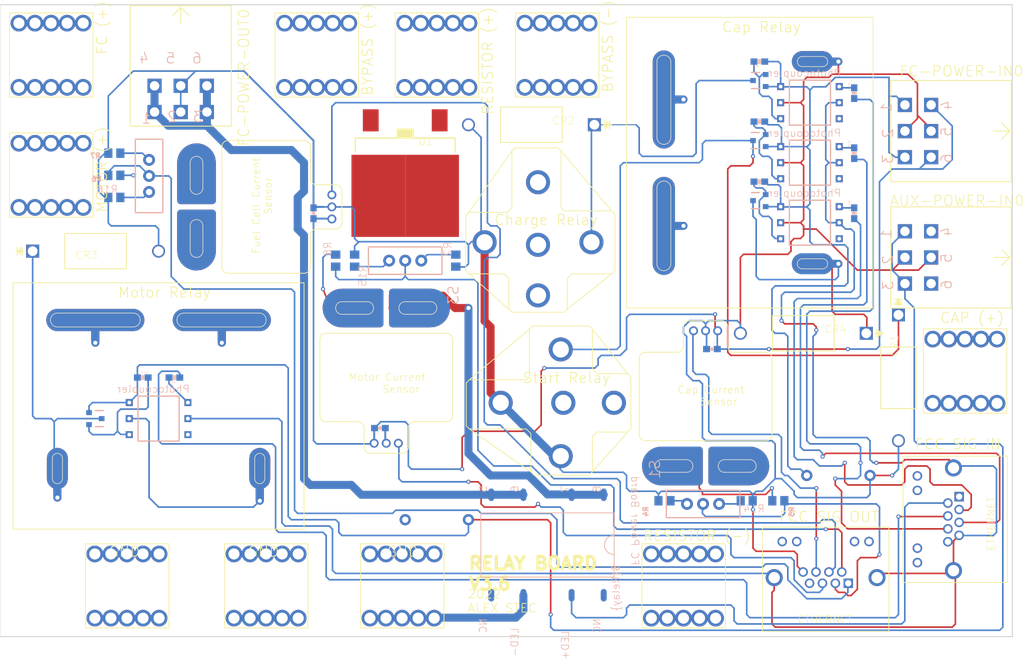
<source format=kicad_pcb>
(kicad_pcb (version 20221018) (generator pcbnew)
  (layers (0 "F.Cu" signal) (31 "B.Cu" signal) (34 "B.Paste" user) (35 "F.Paste" user) (36 "B.SilkS" user "B.Silkscreen") (37 "F.SilkS" user "F.Silkscreen") (38 "B.Mask" user) (39 "F.Mask" user) (44 "Edge.Cuts" user))
  (net 0 "")
  (net 1 "5V")
  (net 2 "START_R")
  (net 3 "MOTOR_R")
  (net 4 "CAP_R")
  (net 5 "CHARGE_R")
  (net 6 "AUX.12")
  (net 7 "FC.12")
  (net 8 "GND")
  (net 9 "FC_CURR")
  (net 10 "FC_VOLT")
  (net 11 "FC_POS")
  (net 12 "CAP_FUSE")
  (net 13 "CHARGING_RES_NEG")
  (net 14 "MOTOR_POS")
  (net 15 "CAP_CURR")
  (net 16 "ISO_GND")
  (net 17 "N$21")
  (net 18 "N$23")
  (net 19 "N$30")
  (net 20 "N$1")
  (net 21 "N$2")
  (net 22 "N$3")
  (net 23 "N$4")
  (net 24 "N$5")
  (net 25 "N$6")
  (net 26 "N$7")
  (net 27 "N$8")
  (net 28 "N$13")
  (net 29 "CAP_SENSOR")
  (net 30 "MOTOR_C_SENSOR")
  (net 31 "MOTOR_CURR")
  (net 32 "FC_SENSOR")
  (net 33 "FC_POWER")
  (net 34 "CAP_VOLT")
  (net 35 "MOTOR_VOLT")
  (net 36 "N$9")
  (net 37 "N$10")
  (net 38 "N$11")
  (net 39 "N$12")
  (net 40 "N$16")
  (net 41 "N$17")
  (net 42 "FC_POWER_OUT")
  (net 43 "NC")
  (net 44 "FC_R")
  (footprint "Relay_Board_V3.6:VCF4-1000" (layer "F.Cu") (at 153.5011 101.0036 -90)
    (fp_text reference "START.RELAY2" hide)
    (fp_text value "VCF4-1000" hide)
  )
  (footprint "Relay_Board_V3.6:732-3204-ND" (layer "F.Cu") (at 118.5011 63.0036)
    (fp_text reference "CAP.POS1" hide)
    (fp_text value "732-3204-ND_CONNECTOR" hide)
  )
  (footprint "Relay_Board_V3.6:732-3204-ND" (layer "F.Cu") (at 156.5011 63.0036)
    (fp_text reference "CAP.POS2" hide)
    (fp_text value "732-3204-ND_CONNECTOR" hide)
  )
  (footprint "Relay_Board_V3.6:732-3204-ND" (layer "F.Cu") (at 132.0011 147.0036)
    (fp_text reference "FC.GND0" hide)
    (fp_text value "732-3204-ND_CONNECTOR" hide)
  )
  (footprint "Relay_Board_V3.6:TE_6-PIN" (layer "F.Cu") (at 97.0011 60.5036 180)
    (fp_text reference "FC-POWER-OUT0")
    (fp_text value "TE_6-PIN" hide)
  )
  (footprint "Relay_Board_V3.6:A122645-ND" (layer "F.Cu") (at 222.631975 136.433425 90)
    (fp_text reference "FCC_SIG_IN0" hide)
    (fp_text value "ETHERNET")
  )
  (footprint "Relay_Board_V3.6:P6KE15A-E3_54GICT-ND_TVS_DIODE" (layer "F.Cu") (at 201.0011 129.5036 180)
    (fp_text reference "U$15" hide)
    (fp_text value "P6KE15A-E3/54GICT-ND_TVS_DIODE" hide)
  )
  (footprint "Relay_Board_V3.6:TO268" (layer "F.Cu") (at 132.5011 83.0036 180)
    (fp_text reference "D1")
    (fp_text value "APT60S20SG")
  )
  (footprint "Relay_Board_V3.6:DO-201AD" (layer "F.Cu") (at 210.5011 124.0036 -90)
    (fp_text reference "CR1")
    (fp_text value "MUR420RLG" hide)
  )
  (footprint "Relay_Board_V3.6:255-5246-ND" (layer "F.Cu") (at 93.5011 106.0036)
    (fp_text reference "U$14" hide)
    (fp_text value "255-5246-ND" hide)
    (fp_line (start -16.8 20.8) (end -16.8 24) (stroke (width 0.127)) (layer "Edge.Cuts"))
    (fp_line (start -15.2 20.8) (end -15.2 24) (stroke (width 0.127)) (layer "Edge.Cuts"))
    (fp_line (start -4 -2.2) (end -16 -2.2) (stroke (width 0.127)) (layer "Edge.Cuts"))
    (fp_line (start -4 0) (end -16 0) (stroke (width 0.127)) (layer "Edge.Cuts"))
    (fp_line (start 15.2 20.8) (end 15.2 24) (stroke (width 0.127)) (layer "Edge.Cuts"))
    (fp_line (start 16 -2.2) (end 4 -2.2) (stroke (width 0.127)) (layer "Edge.Cuts"))
    (fp_line (start 16 0) (end 4 0) (stroke (width 0.127)) (layer "Edge.Cuts"))
    (fp_line (start 16.8 20.8) (end 16.8 24) (stroke (width 0.127)) (layer "Edge.Cuts"))
    (fp_arc (start -17.1 -1.1) (mid -16.777817 -1.877817) (end -16 -2.2) (stroke (width 0.127)) (layer "Edge.Cuts"))
    (fp_arc (start -16.8 20.8) (mid -16 20) (end -15.2 20.8) (stroke (width 0.127)) (layer "Edge.Cuts"))
    (fp_arc (start -16 0) (mid -16.777817 -0.322183) (end -17.1 -1.1) (stroke (width 0.127)) (layer "Edge.Cuts"))
    (fp_arc (start -15.2 24) (mid -16 24.8) (end -16.8 24) (stroke (width 0.127)) (layer "Edge.Cuts"))
    (fp_arc (start -4 -2.2) (mid -3.222183 -1.877817) (end -2.9 -1.1) (stroke (width 0.127)) (layer "Edge.Cuts"))
    (fp_arc (start -2.9 -1.1) (mid -3.222183 -0.322183) (end -4 0) (stroke (width 0.127)) (layer "Edge.Cuts"))
    (fp_arc (start 2.9 -1.1) (mid 3.222183 -1.877817) (end 4 -2.2) (stroke (width 0.127)) (layer "Edge.Cuts"))
    (fp_arc (start 4 0) (mid 3.222183 -0.322183) (end 2.9 -1.1) (stroke (width 0.127)) (layer "Edge.Cuts"))
    (fp_arc (start 15.2 20.8) (mid 16 20) (end 16.8 20.8) (stroke (width 0.127)) (layer "Edge.Cuts"))
    (fp_arc (start 16 -2.2) (mid 16.727817 -1.857107) (end 17 -1.1) (stroke (width 0.127)) (layer "Edge.Cuts"))
    (fp_arc (start 16.8 24) (mid 16 24.8) (end 15.2 24) (stroke (width 0.127)) (layer "Edge.Cuts"))
    (fp_arc (start 17 -1.1) (mid 16.727817 -0.342893) (end 16 0) (stroke (width 0.127)) (layer "Edge.Cuts"))
  )
  (footprint "Relay_Board_V3.6:P6KE15A-E3_54GICT-ND_TVS_DIODE" (layer "F.Cu") (at 137.5011 136.5036)
    (fp_text reference "U$16" hide)
    (fp_text value "P6KE15A-E3/54GICT-ND_TVS_DIODE" hide)
  )
  (footprint "Relay_Board_V3.6:A122645-ND" (layer "F.Cu") (at 198.980568 149.09975)
    (fp_text reference "FCC_SIG_OUT0" hide)
    (fp_text value "ETHERNET")
  )
  (footprint "Relay_Board_V3.6:ACS770LCB_CURRENTSENSOR" (layer "F.Cu") (at 99.5011 87.0036 90)
    (fp_text reference "U$7" hide)
    (fp_text value "ACS770LCB_CURRENTSENSOR" hide)
    (fp_line (start -7 -1) (end -3 -1) (stroke (width 0.127)) (layer "Edge.Cuts"))
    (fp_line (start -7 1) (end -3 1) (stroke (width 0.127)) (layer "Edge.Cuts"))
    (fp_line (start 3 -1) (end 7 -1) (stroke (width 0.127)) (layer "Edge.Cuts"))
    (fp_line (start 3 1) (end 7 1) (stroke (width 0.127)) (layer "Edge.Cuts"))
    (fp_arc (start -7 1) (mid -8 0) (end -7 -1) (stroke (width 0.127)) (layer "Edge.Cuts"))
    (fp_arc (start -3 -1) (mid -2 0) (end -3 1) (stroke (width 0.127)) (layer "Edge.Cuts"))
    (fp_arc (start 3 1) (mid 2 0) (end 3 -1) (stroke (width 0.127)) (layer "Edge.Cuts"))
    (fp_arc (start 7 -1) (mid 8 0) (end 7 1) (stroke (width 0.127)) (layer "Edge.Cuts"))
  )
  (footprint "Relay_Board_V3.6:732-3204-ND" (layer "F.Cu") (at 110.5011 147.0036)
    (fp_text reference "MOTOR.GROUND0" hide)
    (fp_text value "732-3204-ND_CONNECTOR" hide)
  )
  (footprint "Relay_Board_V3.6:732-3204-ND" (layer "F.Cu") (at 137.5011 63.0036)
    (fp_text reference "RES.POS0" hide)
    (fp_text value "732-3204-ND_CONNECTOR" hide)
  )
  (footprint "Relay_Board_V3.6:732-3204-ND" (layer "F.Cu") (at 176.5011 147.0036)
    (fp_text reference "RES.NEG0" hide)
    (fp_text value "732-3204-ND_CONNECTOR" hide)
  )
  (footprint "Relay_Board_V3.6:ACS770LCB_CURRENTSENSOR" (layer "F.Cu") (at 180.0011 128.0036 180)
    (fp_text reference "U$8" hide)
    (fp_text value "ACS770LCB_CURRENTSENSOR" hide)
    (fp_line (start -7 -1) (end -3 -1) (stroke (width 0.127)) (layer "Edge.Cuts"))
    (fp_line (start -7 1) (end -3 1) (stroke (width 0.127)) (layer "Edge.Cuts"))
    (fp_line (start 3 -1) (end 7 -1) (stroke (width 0.127)) (layer "Edge.Cuts"))
    (fp_line (start 3 1) (end 7 1) (stroke (width 0.127)) (layer "Edge.Cuts"))
    (fp_arc (start -7 1) (mid -8 0) (end -7 -1) (stroke (width 0.127)) (layer "Edge.Cuts"))
    (fp_arc (start -3 -1) (mid -2 0) (end -3 1) (stroke (width 0.127)) (layer "Edge.Cuts"))
    (fp_arc (start 3 1) (mid 2 0) (end 3 -1) (stroke (width 0.127)) (layer "Edge.Cuts"))
    (fp_arc (start 7 -1) (mid 8 0) (end 7 1) (stroke (width 0.127)) (layer "Edge.Cuts"))
  )
  (footprint "Relay_Board_V3.6:255-5246-ND" (layer "F.Cu") (at 174.5011 80.0036 90)
    (fp_text reference "U$13" hide)
    (fp_text value "255-5246-ND" hide)
    (fp_line (start -16.8 20.8) (end -16.8 24) (stroke (width 0.127)) (layer "Edge.Cuts"))
    (fp_line (start -15.2 20.8) (end -15.2 24) (stroke (width 0.127)) (layer "Edge.Cuts"))
    (fp_line (start -4 -2.2) (end -16 -2.2) (stroke (width 0.127)) (layer "Edge.Cuts"))
    (fp_line (start -4 0) (end -16 0) (stroke (width 0.127)) (layer "Edge.Cuts"))
    (fp_line (start 15.2 20.8) (end 15.2 24) (stroke (width 0.127)) (layer "Edge.Cuts"))
    (fp_line (start 16 -2.2) (end 4 -2.2) (stroke (width 0.127)) (layer "Edge.Cuts"))
    (fp_line (start 16 0) (end 4 0) (stroke (width 0.127)) (layer "Edge.Cuts"))
    (fp_line (start 16.8 20.8) (end 16.8 24) (stroke (width 0.127)) (layer "Edge.Cuts"))
    (fp_arc (start -17.1 -1.1) (mid -16.777817 -1.877817) (end -16 -2.2) (stroke (width 0.127)) (layer "Edge.Cuts"))
    (fp_arc (start -16.8 20.8) (mid -16 20) (end -15.2 20.8) (stroke (width 0.127)) (layer "Edge.Cuts"))
    (fp_arc (start -16 0) (mid -16.777817 -0.322183) (end -17.1 -1.1) (stroke (width 0.127)) (layer "Edge.Cuts"))
    (fp_arc (start -15.2 24) (mid -16 24.8) (end -16.8 24) (stroke (width 0.127)) (layer "Edge.Cuts"))
    (fp_arc (start -4 -2.2) (mid -3.222183 -1.877817) (end -2.9 -1.1) (stroke (width 0.127)) (layer "Edge.Cuts"))
    (fp_arc (start -2.9 -1.1) (mid -3.222183 -0.322183) (end -4 0) (stroke (width 0.127)) (layer "Edge.Cuts"))
    (fp_arc (start 2.9 -1.1) (mid 3.222183 -1.877817) (end 4 -2.2) (stroke (width 0.127)) (layer "Edge.Cuts"))
    (fp_arc (start 4 0) (mid 3.222183 -0.322183) (end 2.9 -1.1) (stroke (width 0.127)) (layer "Edge.Cuts"))
    (fp_arc (start 15.2 20.8) (mid 16 20) (end 16.8 20.8) (stroke (width 0.127)) (layer "Edge.Cuts"))
    (fp_arc (start 16 -2.2) (mid 16.727817 -1.857107) (end 17 -1.1) (stroke (width 0.127)) (layer "Edge.Cuts"))
    (fp_arc (start 16.8 24) (mid 16 24.8) (end 15.2 24) (stroke (width 0.127)) (layer "Edge.Cuts"))
    (fp_arc (start 17 -1.1) (mid 16.727817 -0.342893) (end 16 0) (stroke (width 0.127)) (layer "Edge.Cuts"))
  )
  (footprint "Relay_Board_V3.6:DO-201AD" (layer "F.Cu") (at 142.5011 74.0036 180)
    (fp_text reference "CR2")
    (fp_text value "MUR420RLG" hide)
  )
  (footprint "Relay_Board_V3.6:TE_6-PIN" (layer "F.Cu") (at 223.0011 95.0036 90)
    (fp_text reference "AUX-POWER-IN0")
    (fp_text value "TE_6-PIN" hide)
  )
  (footprint "Relay_Board_V3.6:VCF4-1000" (layer "F.Cu") (at 165.5011 118.0036)
    (fp_text reference "START.RELAY1" hide)
    (fp_text value "VCF4-1000" hide)
  )
  (footprint "Relay_Board_V3.6:732-3204-ND" (layer "F.Cu") (at 76.5011 82.0036)
    (fp_text reference "MOTOR.POSITIVE0" hide)
    (fp_text value "732-3204-ND_CONNECTOR" hide)
  )
  (footprint "Relay_Board_V3.6:732-3204-ND" (layer "F.Cu") (at 221.0011 113.0036)
    (fp_text reference "CAP.POS0" hide)
    (fp_text value "732-3204-ND_CONNECTOR" hide)
  )
  (footprint "Relay_Board_V3.6:DO-201AD" (layer "F.Cu") (at 93.5011 94.0036)
    (fp_text reference "CR3")
    (fp_text value "MUR420RLG" hide)
  )
  (footprint "Relay_Board_V3.6:STAND-OFF" (layer "F.Cu") (at 223.5011 150.0036)
    (fp_text reference "U$20" hide)
    (fp_text value "" hide)
  )
  (footprint "Relay_Board_V3.6:732-3204-ND" (layer "F.Cu") (at 88.5011 147.0036)
    (fp_text reference "CAP.GND0" hide)
    (fp_text value "732-3204-ND_CONNECTOR" hide)
  )
  (footprint "Relay_Board_V3.6:STAND-OFF" (layer "F.Cu") (at 73.5011 150.0036)
    (fp_text reference "U$18" hide)
    (fp_text value "" hide)
  )
  (footprint "Relay_Board_V3.6:STAND-OFF" (layer "F.Cu") (at 223.0011 60.0036)
    (fp_text reference "U$21" hide)
    (fp_text value "" hide)
  )
  (footprint "Relay_Board_V3.6:STAND-OFF" (layer "F.Cu") (at 112.5011 73.5036)
    (fp_text reference "U$23" hide)
    (fp_text value "" hide)
  )
  (footprint "Relay_Board_V3.6:DO-201AD" (layer "F.Cu") (at 185.5011 107.0036 180)
    (fp_text reference "CR4")
    (fp_text value "MUR420RLG" hide)
  )
  (footprint "Relay_Board_V3.6:TE_6-PIN" (layer "F.Cu") (at 223.0011 75.0036 90)
    (fp_text reference "FC-POWER-IN0")
    (fp_text value "TE_6-PIN" hide)
  )
  (footprint "Relay_Board_V3.6:732-3204-ND" (layer "F.Cu") (at 76.5011 63.0036)
    (fp_text reference "FC.POS0" hide)
    (fp_text value "732-3204-ND_CONNECTOR" hide)
  )
  (footprint "Relay_Board_V3.6:ACS770LCB_CURRENTSENSOR" (layer "F.Cu") (at 129.5011 103.0036)
    (fp_text reference "U$9" hide)
    (fp_text value "ACS770LCB_CURRENTSENSOR" hide)
    (fp_line (start -7 -1) (end -3 -1) (stroke (width 0.127)) (layer "Edge.Cuts"))
    (fp_line (start -7 1) (end -3 1) (stroke (width 0.127)) (layer "Edge.Cuts"))
    (fp_line (start 3 -1) (end 7 -1) (stroke (width 0.127)) (layer "Edge.Cuts"))
    (fp_line (start 3 1) (end 7 1) (stroke (width 0.127)) (layer "Edge.Cuts"))
    (fp_arc (start -7 1) (mid -8 0) (end -7 -1) (stroke (width 0.127)) (layer "Edge.Cuts"))
    (fp_arc (start -3 -1) (mid -2 0) (end -3 1) (stroke (width 0.127)) (layer "Edge.Cuts"))
    (fp_arc (start 3 1) (mid 2 0) (end 3 -1) (stroke (width 0.127)) (layer "Edge.Cuts"))
    (fp_arc (start 7 -1) (mid 8 0) (end 7 1) (stroke (width 0.127)) (layer "Edge.Cuts"))
  )
  (footprint "Relay_Board_V3.6:0603-RES" (layer "B.Cu") (at 203.5011 78.5036 -90)
    (fp_text reference "R18")
    (fp_text value "470")
  )
  (footprint "Relay_Board_V3.6:SWITCH-SPDT" (layer "B.Cu") (at 132.5011 95.5036 90)
    (fp_text reference "S3")
    (fp_text value "")
  )
  (footprint "Relay_Board_V3.6:R0805" (layer "B.Cu") (at 86.5011 82.0036 180)
    (fp_text reference "R6")
    (fp_text value "10.5k (0.1%)" hide)
  )
  (footprint "Relay_Board_V3.6:DMP3056L-7" (layer "B.Cu") (at 188.5011 76.5036 -90)
    (fp_text reference "U$11")
    (fp_text value "DMP3056L-7DMP3056L-7" hide)
  )
  (footprint "Relay_Board_V3.6:DMP3056L-7" (layer "B.Cu") (at 188.5011 67.0036 -90)
    (fp_text reference "U$1")
    (fp_text value "DMP3056L-7DMP3056L-7" hide)
  )
  (footprint "Relay_Board_V3.6:0603-RES" (layer "B.Cu") (at 203.5011 88.0036 -90)
    (fp_text reference "R12")
    (fp_text value "470")
  )
  (footprint "Relay_Board_V3.6:R0805" (layer "B.Cu") (at 86.5011 78.5036 180)
    (fp_text reference "R7")
    (fp_text value "775 (0.1%)" hide)
  )
  (footprint "Relay_Board_V3.6:0603-RES" (layer "B.Cu") (at 96.0011 114.0036)
    (fp_text reference "R10")
    (fp_text value "470")
  )
  (footprint "Relay_Board_V3.6:0603-RES" (layer "B.Cu") (at 203.5011 69.0036 -90)
    (fp_text reference "R3")
    (fp_text value "470")
  )
  (footprint "Relay_Board_V3.6:0603-RES" (layer "B.Cu") (at 91.0011 114.0036 180)
    (fp_text reference "R11")
    (fp_text value "10k")
  )
  (footprint "Relay_Board_V3.6:RELAY-CPC1907B" (layer "B.Cu") (at 155.0011 140.5036 90)
    (fp_text reference "FC_POWER_BOARD_RELAY0" hide)
    (fp_text value "RELAY-CPC1907B" hide)
  )
  (footprint "Relay_Board_V3.6:H11L1" (layer "B.Cu") (at 196.5011 89.5036 180)
    (fp_text reference "U$6" hide)
    (fp_text value "H11L1H11L1" hide)
  )
  (footprint "Relay_Board_V3.6:R0805" (layer "B.Cu") (at 186.5011 133.5036)
    (fp_text reference "R14")
    (fp_text value "1.5k (0.1%)")
  )
  (footprint "Relay_Board_V3.6:R0805" (layer "B.Cu") (at 173.5011 133.5036 180)
    (fp_text reference "R4")
    (fp_text value "775 (0.1%)" hide)
  )
  (footprint "Relay_Board_V3.6:R0805" (layer "B.Cu") (at 140.5011 95.5036 -90)
    (fp_text reference "R2")
    (fp_text value "775 (0.1%)")
  )
  (footprint "Relay_Board_V3.6:0603-CAP" (layer "B.Cu") (at 181.0011 109.5036 180)
    (fp_text reference "C1")
    (fp_text value "0.1u")
  )
  (footprint "Relay_Board_V3.6:SWITCH-SPDT" (layer "B.Cu") (at 92.0011 82.1036 180)
    (fp_text reference "S2" hide)
    (fp_text value "")
  )
  (footprint "Relay_Board_V3.6:H11L1" (layer "B.Cu") (at 196.5011 80.0036 180)
    (fp_text reference "U$12" hide)
    (fp_text value "H11L1H11L1" hide)
  )
  (footprint "Relay_Board_V3.6:R0805" (layer "B.Cu") (at 121.5011 95.5036 -90)
    (fp_text reference "R8")
    (fp_text value "10.5k (0.1%)")
  )
  (footprint "Relay_Board_V3.6:R0805" (layer "B.Cu") (at 124.5011 95.5036 90)
    (fp_text reference "R15")
    (fp_text value "1.5k (0.1%)")
  )
  (footprint "Relay_Board_V3.6:H11L1" (layer "B.Cu") (at 196.5011 70.5036 180)
    (fp_text reference "U$2" hide)
    (fp_text value "H11L1H11L1" hide)
  )
  (footprint "Relay_Board_V3.6:H11L1" (layer "B.Cu") (at 93.5011 120.5036 180)
    (fp_text reference "U$4" hide)
    (fp_text value "H11L1H11L1" hide)
  )
  (footprint "Relay_Board_V3.6:0603-RES" (layer "B.Cu") (at 188.5011 64.0036)
    (fp_text reference "R9")
    (fp_text value "10k")
  )
  (footprint "Relay_Board_V3.6:SWITCH-SPDT" (layer "B.Cu") (at 179.6011 134.0036 -90)
    (fp_text reference "S1")
    (fp_text value "")
  )
  (footprint "Relay_Board_V3.6:0603-CAP" (layer "B.Cu") (at 128.5011 122.0036)
    (fp_text reference "C3")
    (fp_text value "0.1u")
  )
  (footprint "Relay_Board_V3.6:DMP3056L-7" (layer "B.Cu") (at 83.5011 120.5036 90)
    (fp_text reference "U$3")
    (fp_text value "DMP3056L-7DMP3056L-7" hide)
  )
  (footprint "Relay_Board_V3.6:0603-RES" (layer "B.Cu") (at 188.5011 73.5036)
    (fp_text reference "R1")
    (fp_text value "10k")
  )
  (footprint "Relay_Board_V3.6:R0805" (layer "B.Cu") (at 86.5011 85.5036 180)
    (fp_text reference "R16")
    (fp_text value "1.5k (0.1%)")
  )
  (footprint "Relay_Board_V3.6:0603-CAP" (layer "B.Cu") (at 118.0011 88.0036 90)
    (fp_text reference "C2")
    (fp_text value "0.1u")
  )
  (footprint "Relay_Board_V3.6:R0805" (layer "B.Cu") (at 191.5011 133.5036)
    (fp_text reference "R5")
    (fp_text value "10.5k (0.1%)" hide)
  )
  (footprint "Relay_Board_V3.6:DMP3056L-7" (layer "B.Cu") (at 188.5011 86.0036 -90)
    (fp_text reference "U$5")
    (fp_text value "DMP3056L-7DMP3056L-7" hide)
  )
  (footprint "Relay_Board_V3.6:0603-RES" (layer "B.Cu") (at 188.5011 83.0036)
    (fp_text reference "R13")
    (fp_text value "10k")
  )
  (gr_line (start 68.5011 55.0036) (end 228.5011 55.0036) (stroke (width 0.1524)) (layer "Edge.Cuts"))
  (gr_line (start 68.5011 155.0036) (end 228.5011 155.0036) (stroke (width 0.1524)) (layer "Edge.Cuts"))
  (gr_line (start 68.5011 155.0036) (end 68.5011 55.0036) (stroke (width 0.05)) (layer "Edge.Cuts"))
  (gr_line (start 228.5011 55.0036) (end 228.5011 155.0036) (stroke (width 0.1524)) (layer "Edge.Cuts"))
  (gr_text "FC Power Board" (at 169.5011 129.5036 -90) (layer "B.SilkS") (effects (font (size 1.1684 1.1684) (thickness 0.1016)) (justify right top mirror)))
  (gr_text "FCC SIG OUT" (at 191.5011 137.0036) (layer "F.SilkS") (effects (font (size 1.63576 1.63576) (thickness 0.14224)) (justify left bottom)))
  (gr_text "FCC SIG IN" (at 213.0011 125.5036) (layer "F.SilkS") (effects (font (size 1.63576 1.63576) (thickness 0.14224)) (justify left bottom)))
  (gr_text "GND\n" (at 85.5011 142.5036) (layer "F.SilkS") (effects (font (size 1.63576 1.63576) (thickness 0.14224)) (justify left bottom)))
  (gr_text "GND\n" (at 129.5011 142.5036) (layer "F.SilkS") (effects (font (size 1.63576 1.63576) (thickness 0.14224)) (justify left bottom)))
  (gr_text "BYPASS (+)" (at 127.5011 69.5036 90) (layer "F.SilkS") (effects (font (size 1.63576 1.63576) (thickness 0.14224)) (justify left bottom)))
  (gr_text "RESISTOR (+)" (at 146.5011 72.5036 90) (layer "F.SilkS") (effects (font (size 1.63576 1.63576) (thickness 0.14224)) (justify left bottom)))
  (gr_text "Motor Relay" (at 87.0011 101.5036) (layer "F.SilkS") (effects (font (size 1.63576 1.63576) (thickness 0.14224)) (justify left bottom)))
  (gr_text "BYPASS (-)" (at 165.5011 69.0036 90) (layer "F.SilkS") (effects (font (size 1.63576 1.63576) (thickness 0.14224)) (justify left bottom)))
  (gr_text "RELAY BOARD\nV3.6" (at 142.3011 147.8036) (layer "F.SilkS") (effects (font (size 2 2) (thickness 0.5)) (justify left bottom)))
  (gr_text "Start Relay" (at 151.0011 115.0036) (layer "F.SilkS") (effects (font (size 1.63576 1.63576) (thickness 0.14224)) (justify left bottom)))
  (gr_text "Cap Relay" (at 182.5011 59.5036) (layer "F.SilkS") (effects (font (size 1.63576 1.63576) (thickness 0.14224)) (justify left bottom)))
  (gr_text "Charge Relay" (at 146.5011 90.0036) (layer "F.SilkS") (effects (font (size 1.63576 1.63576) (thickness 0.14224)) (justify left bottom)))
  (gr_text "Motor Current\n      Sensor" (at 123.5011 116.5036) (layer "F.SilkS") (effects (font (size 1.1684 1.1684) (thickness 0.1016)) (justify left bottom)))
  (gr_text "MOTOR (+)" (at 85.5011 88.0036 90) (layer "F.SilkS") (effects (font (size 1.63576 1.63576) (thickness 0.14224)) (justify left bottom)))
  (gr_text "RESISTOR (-)" (at 170.0011 140.0036) (layer "F.SilkS") (effects (font (size 1.63576 1.63576) (thickness 0.14224)) (justify left bottom)))
  (gr_text "FC (+)" (at 85.5011 63.0036 90) (layer "F.SilkS") (effects (font (size 1.63576 1.63576) (thickness 0.14224)) (justify left bottom)))
  (gr_text "Cap Current\n    Sensor" (at 175.5011 118.5036) (layer "F.SilkS") (effects (font (size 1.1684 1.1684) (thickness 0.1016)) (justify left bottom)))
  (gr_text "2022\nALEX STEC" (at 142.3011 151.3036) (layer "F.SilkS") (effects (font (size 1.38 1.38) (thickness 0.12)) (justify left bottom)))
  (gr_text "GND\n" (at 107.5011 142.5036) (layer "F.SilkS") (effects (font (size 1.63576 1.63576) (thickness 0.14224)) (justify left bottom)))
  (gr_text "Fuel Cell Current\n       Sensor" (at 111.5011 94.5036 90) (layer "F.SilkS") (effects (font (size 1.1684 1.1684) (thickness 0.1016)) (justify left bottom)))
  (gr_text "CAP (+)" (at 217.0011 105.5036) (layer "F.SilkS") (effects (font (size 1.63576 1.63576) (thickness 0.14224)) (justify left bottom)))
  (segment (start 142.5011 122.5036) (end 141.5011 123.5036) (width 0.254) (layer "F.Cu") (net 1))
  (segment (start 181.5011 106.0036) (end 181.9111 106.6036) (width 0.254) (layer "F.Cu") (net 1))
  (segment (start 153.0011 122.5036) (end 154.0011 121.5036) (width 0.254) (layer "F.Cu") (net 1))
  (segment (start 181.5011 104.0036) (end 181.5011 106.0036) (width 0.254) (layer "F.Cu") (net 1))
  (segment (start 154.0011 113.0036) (end 154.5011 112.5036) (width 0.254) (layer "F.Cu") (net 1))
  (segment (start 154.0011 121.5036) (end 154.0011 113.0036) (width 0.254) (layer "F.Cu") (net 1))
  (segment (start 190.0011 109.5036) (end 202.5011 109.5036) (width 0.254) (layer "F.Cu") (net 1))
  (segment (start 153.0011 122.5036) (end 142.5011 122.5036) (width 0.254) (layer "F.Cu") (net 1))
  (segment (start 141.5011 123.5036) (end 141.5011 128.5036) (width 0.254) (layer "F.Cu") (net 1))
  (via (at 154.5011 112.5036) (size 0.6548) (drill 0.35) (layers "F.Cu" "B.Cu") (net 1))
  (via (at 202.5011 109.5036) (size 0.6548) (drill 0.35) (layers "F.Cu" "B.Cu") (net 1))
  (via (at 181.5011 104.0036) (size 0.6548) (drill 0.35) (layers "F.Cu" "B.Cu") (net 1))
  (via (at 190.0011 109.5036) (size 0.6548) (drill 0.35) (layers "F.Cu" "B.Cu") (net 1))
  (via (at 141.5011 128.5036) (size 0.6548) (drill 0.35) (layers "F.Cu" "B.Cu") (net 1))
  (segment (start 168.0011 104.0036) (end 181.5011 104.0036) (width 0.254) (layer "B.Cu") (net 1))
  (segment (start 181.8511 109.5036) (end 190.0011 109.5036) (width 0.254) (layer "B.Cu") (net 1))
  (segment (start 166.5011 110.5036) (end 167.5011 109.5036) (width 0.254) (layer "B.Cu") (net 1))
  (segment (start 213.8011 81.0036) (end 217.5011 81.0036) (width 0.254) (layer "B.Cu") (net 1))
  (segment (start 127.5961 122.0586) (end 127.6511 122.0036) (width 0.3048) (layer "B.Cu") (net 1))
  (segment (start 128.6511 121.0036) (end 132.5011 121.0036) (width 0.254) (layer "B.Cu") (net 1))
  (segment (start 127.5961 122.0586) (end 127.5961 124.4086) (width 0.3048) (layer "B.Cu") (net 1))
  (segment (start 213.5011 81.0036) (end 213.8011 81.0036) (width 0.254) (layer "B.Cu") (net 1))
  (segment (start 127.6511 122.0036) (end 128.6511 121.0036) (width 0.254) (layer "B.Cu") (net 1))
  (segment (start 217.5011 81.0036) (end 219.0011 79.5036) (width 0.254) (layer "B.Cu") (net 1))
  (segment (start 162.5011 112.5036) (end 163.0011 112.0036) (width 0.254) (layer "B.Cu") (net 1))
  (segment (start 213.8011 81.0036) (end 215.6611 79.1436) (width 0.254) (layer "B.Cu") (net 1))
  (segment (start 181.9111 106.6036) (end 181.8511 106.6636) (width 0.254) (layer "B.Cu") (net 1))
  (segment (start 207.5011 83.0036) (end 209.5011 81.0036) (width 0.254) (layer "B.Cu") (net 1))
  (segment (start 133.0011 128.0036) (end 133.5011 128.5036) (width 0.254) (layer "B.Cu") (net 1))
  (segment (start 132.5011 121.0036) (end 133.0011 121.5036) (width 0.254) (layer "B.Cu") (net 1))
  (segment (start 163.0011 111.0036) (end 163.5011 110.5036) (width 0.254) (layer "B.Cu") (net 1))
  (segment (start 118.0011 88.8536) (end 120.8411 88.8536) (width 0.3048) (layer "B.Cu") (net 1))
  (segment (start 167.5011 104.5036) (end 168.0011 104.0036) (width 0.254) (layer "B.Cu") (net 1))
  (segment (start 118.0011 124.0036) (end 118.0011 90.0036) (width 0.254) (layer "B.Cu") (net 1))
  (segment (start 133.5011 128.5036) (end 141.5011 128.5036) (width 0.254) (layer "B.Cu") (net 1))
  (segment (start 127.5961 124.4086) (end 127.5911 124.4036) (width 0.254) (layer "B.Cu") (net 1))
  (segment (start 127.5011 124.5036) (end 118.5011 124.5036) (width 0.254) (layer "B.Cu") (net 1))
  (segment (start 118.0011 90.0036) (end 118.0011 88.8536) (width 0.3048) (layer "B.Cu") (net 1))
  (segment (start 207.0011 109.5036) (end 207.5011 109.0036) (width 0.254) (layer "B.Cu") (net 1))
  (segment (start 219.0011 79.5036) (end 219.0011 74.2036) (width 0.254) (layer "B.Cu") (net 1))
  (segment (start 163.0011 112.0036) (end 163.0011 111.0036) (width 0.254) (layer "B.Cu") (net 1))
  (segment (start 127.5961 124.4086) (end 127.5011 124.5036) (width 0.254) (layer "B.Cu") (net 1))
  (segment (start 120.8411 88.8536) (end 120.9011 88.9136) (width 0.3048) (layer "B.Cu") (net 1))
  (segment (start 219.0011 74.2036) (end 215.6611 70.8636) (width 0.254) (layer "B.Cu") (net 1))
  (segment (start 163.5011 110.5036) (end 166.5011 110.5036) (width 0.254) (layer "B.Cu") (net 1))
  (segment (start 154.5011 112.5036) (end 162.5011 112.5036) (width 0.254) (layer "B.Cu") (net 1))
  (segment (start 118.5011 124.5036) (end 118.0011 124.0036) (width 0.254) (layer "B.Cu") (net 1))
  (segment (start 181.8511 106.6636) (end 181.8511 109.5036) (width 0.254) (layer "B.Cu") (net 1))
  (segment (start 207.5011 109.0036) (end 207.5011 83.0036) (width 0.254) (layer "B.Cu") (net 1))
  (segment (start 209.5011 81.0036) (end 213.5011 81.0036) (width 0.254) (layer "B.Cu") (net 1))
  (segment (start 167.5011 109.5036) (end 167.5011 104.5036) (width 0.254) (layer "B.Cu") (net 1))
  (segment (start 133.0011 121.5036) (end 133.0011 128.0036) (width 0.254) (layer "B.Cu") (net 1))
  (segment (start 202.5011 109.5036) (end 207.0011 109.5036) (width 0.254) (layer "B.Cu") (net 1))
  (segment (start 226.071275 136.933425) (end 226.5011 136.5036) (width 0.254) (layer "F.Cu") (net 2))
  (segment (start 226.5011 136.5036) (end 226.5011 126.5036) (width 0.254) (layer "F.Cu") (net 2))
  (segment (start 199.0011 126.0036) (end 198.5011 126.5036) (width 0.254) (layer "F.Cu") (net 2))
  (segment (start 220.091975 136.933425) (end 226.071275 136.933425) (width 0.254) (layer "F.Cu") (net 2))
  (segment (start 226.0011 126.0036) (end 199.0011 126.0036) (width 0.254) (layer "F.Cu") (net 2))
  (segment (start 226.5011 126.5036) (end 226.0011 126.0036) (width 0.254) (layer "F.Cu") (net 2))
  (via (at 198.5011 126.5036) (size 0.6548) (drill 0.35) (layers "F.Cu" "B.Cu") (net 2))
  (segment (start 195.5011 125.5036) (end 198.0011 125.5036) (width 0.254) (layer "B.Cu") (net 2))
  (segment (start 195.0011 125.0036) (end 195.5011 125.5036) (width 0.254) (layer "B.Cu") (net 2))
  (segment (start 195.5011 102.5036) (end 195.0011 103.0036) (width 0.254) (layer "B.Cu") (net 2))
  (segment (start 205.0011 79.5036) (end 205.5011 80.0036) (width 0.254) (layer "B.Cu") (net 2))
  (segment (start 198.0011 125.5036) (end 198.5011 126.0036) (width 0.254) (layer "B.Cu") (net 2))
  (segment (start 205.5011 80.0036) (end 205.5011 102.0036) (width 0.254) (layer "B.Cu") (net 2))
  (segment (start 198.5011 126.0036) (end 198.5011 126.5036) (width 0.254) (layer "B.Cu") (net 2))
  (segment (start 205.0011 102.5036) (end 195.5011 102.5036) (width 0.254) (layer "B.Cu") (net 2))
  (segment (start 203.6511 79.5036) (end 205.0011 79.5036) (width 0.254) (layer "B.Cu") (net 2))
  (segment (start 203.5011 79.3536) (end 203.6511 79.5036) (width 0.254) (layer "B.Cu") (net 2))
  (segment (start 205.5011 102.0036) (end 205.0011 102.5036) (width 0.254) (layer "B.Cu") (net 2))
  (segment (start 195.0011 103.0036) (end 195.0011 125.0036) (width 0.254) (layer "B.Cu") (net 2))
  (segment (start 218.311975 135.913425) (end 218.2218 136.0036) (width 0.254) (layer "F.Cu") (net 3))
  (segment (start 218.2218 136.0036) (end 210.5011 136.0036) (width 0.254) (layer "F.Cu") (net 3))
  (via (at 210.5011 136.0036) (size 0.6548) (drill 0.35) (layers "F.Cu" "B.Cu") (net 3))
  (segment (start 186.0011 146.0036) (end 186.5011 146.5036) (width 0.254) (layer "B.Cu") (net 3))
  (segment (start 112.0011 138.0036) (end 112.5011 138.5036) (width 0.254) (layer "B.Cu") (net 3))
  (segment (start 210.0011 152.0036) (end 210.5011 151.5036) (width 0.254) (layer "B.Cu") (net 3))
  (segment (start 94.0011 113.0036) (end 93.5011 113.5036) (width 0.254) (layer "B.Cu") (net 3))
  (segment (start 96.8511 114.0036) (end 96.8511 113.3536) (width 0.254) (layer "B.Cu") (net 3))
  (segment (start 120.0011 139.0036) (end 120.0011 145.5036) (width 0.254) (layer "B.Cu") (net 3))
  (segment (start 112.0011 125.0036) (end 112.0011 138.0036) (width 0.254) (layer "B.Cu") (net 3))
  (segment (start 187.0011 152.0036) (end 210.0011 152.0036) (width 0.254) (layer "B.Cu") (net 3))
  (segment (start 96.8511 113.3536) (end 96.5011 113.0036) (width 0.254) (layer "B.Cu") (net 3))
  (segment (start 119.5011 138.5036) (end 120.0011 139.0036) (width 0.254) (layer "B.Cu") (net 3))
  (segment (start 96.5011 113.0036) (end 94.0011 113.0036) (width 0.254) (layer "B.Cu") (net 3))
  (segment (start 120.5011 146.0036) (end 186.0011 146.0036) (width 0.254) (layer "B.Cu") (net 3))
  (segment (start 210.5011 151.5036) (end 210.5011 136.0036) (width 0.254) (layer "B.Cu") (net 3))
  (segment (start 93.5011 113.5036) (end 93.5011 124.0036) (width 0.254) (layer "B.Cu") (net 3))
  (segment (start 112.5011 138.5036) (end 119.5011 138.5036) (width 0.254) (layer "B.Cu") (net 3))
  (segment (start 187.0011 152.0036) (end 186.5011 151.5036) (width 0.254) (layer "B.Cu") (net 3))
  (segment (start 111.5011 124.5036) (end 94.0011 124.5036) (width 0.254) (layer "B.Cu") (net 3))
  (segment (start 112.0011 125.0036) (end 111.5011 124.5036) (width 0.254) (layer "B.Cu") (net 3))
  (segment (start 94.0011 124.5036) (end 93.5011 124.0036) (width 0.254) (layer "B.Cu") (net 3))
  (segment (start 186.5011 151.5036) (end 186.5011 146.5036) (width 0.254) (layer "B.Cu") (net 3))
  (segment (start 120.0011 145.5036) (end 120.5011 146.0036) (width 0.254) (layer "B.Cu") (net 3))
  (segment (start 202.5011 131.0036) (end 211.0011 131.0036) (width 0.254) (layer "F.Cu") (net 4))
  (segment (start 202.0011 127.5036) (end 202.0011 130.5036) (width 0.254) (layer "F.Cu") (net 4))
  (segment (start 212.0011 128.0036) (end 211.5011 128.5036) (width 0.254) (layer "F.Cu") (net 4))
  (segment (start 216.0011 131.0036) (end 215.5011 130.5036) (width 0.254) (layer "F.Cu") (net 4))
  (segment (start 202.0011 130.5036) (end 202.5011 131.0036) (width 0.254) (layer "F.Cu") (net 4))
  (segment (start 222.0011 134.5036) (end 222.0011 132.5036) (width 0.254) (layer "F.Cu") (net 4))
  (segment (start 220.20215 135.0036) (end 221.5011 135.0036) (width 0.254) (layer "F.Cu") (net 4))
  (segment (start 220.5011 131.0036) (end 216.0011 131.0036) (width 0.254) (layer "F.Cu") (net 4))
  (segment (start 211.0011 131.0036) (end 211.5011 130.5036) (width 0.254) (layer "F.Cu") (net 4))
  (segment (start 215.0011 128.0036) (end 212.0011 128.0036) (width 0.254) (layer "F.Cu") (net 4))
  (segment (start 222.0011 132.5036) (end 220.5011 131.0036) (width 0.254) (layer "F.Cu") (net 4))
  (segment (start 215.5011 128.5036) (end 215.0011 128.0036) (width 0.254) (layer "F.Cu") (net 4))
  (segment (start 215.5011 130.5036) (end 215.5011 128.5036) (width 0.254) (layer "F.Cu") (net 4))
  (segment (start 221.5011 135.0036) (end 222.0011 134.5036) (width 0.254) (layer "F.Cu") (net 4))
  (segment (start 211.5011 128.5036) (end 211.5011 130.5036) (width 0.254) (layer "F.Cu") (net 4))
  (segment (start 220.091975 134.893425) (end 220.20215 135.0036) (width 0.254) (layer "F.Cu") (net 4))
  (via (at 202.0011 127.5036) (size 0.6548) (drill 0.35) (layers "F.Cu" "B.Cu") (net 4))
  (segment (start 204.5011 89.8536) (end 204.5011 101.0036) (width 0.254) (layer "B.Cu") (net 4))
  (segment (start 204.5011 101.0036) (end 204.0011 101.5036) (width 0.254) (layer "B.Cu") (net 4))
  (segment (start 202.0011 127.5036) (end 201.5011 128.0036) (width 0.254) (layer "B.Cu") (net 4))
  (segment (start 201.5011 128.0036) (end 198.0011 128.0036) (width 0.254) (layer "B.Cu") (net 4))
  (segment (start 198.0011 128.0036) (end 197.0011 127.0036) (width 0.254) (layer "B.Cu") (net 4))
  (segment (start 194.5011 127.0036) (end 194.0011 126.5036) (width 0.254) (layer "B.Cu") (net 4))
  (segment (start 194.5011 101.5036) (end 194.0011 102.0036) (width 0.254) (layer "B.Cu") (net 4))
  (segment (start 194.0011 126.5036) (end 194.0011 102.0036) (width 0.254) (layer "B.Cu") (net 4))
  (segment (start 203.5011 88.8536) (end 204.5011 89.8536) (width 0.254) (layer "B.Cu") (net 4))
  (segment (start 197.0011 127.0036) (end 194.5011 127.0036) (width 0.254) (layer "B.Cu") (net 4))
  (segment (start 204.0011 101.5036) (end 194.5011 101.5036) (width 0.254) (layer "B.Cu") (net 4))
  (segment (start 200.5011 130.0036) (end 200.5011 131.0036) (width 0.254) (layer "F.Cu") (net 5))
  (segment (start 201.5011 137.0036) (end 202.450925 137.953425) (width 0.254) (layer "F.Cu") (net 5))
  (segment (start 200.5011 131.0036) (end 201.5011 132.0036) (width 0.254) (layer "F.Cu") (net 5))
  (segment (start 218.311975 137.953425) (end 202.450925 137.953425) (width 0.254) (layer "F.Cu") (net 5))
  (segment (start 201.5011 132.0036) (end 201.5011 137.0036) (width 0.254) (layer "F.Cu") (net 5))
  (segment (start 218.2618 138.0036) (end 218.311975 137.953425) (width 0.254) (layer "F.Cu") (net 5))
  (via (at 204.5011 127.5036) (size 0.6548) (drill 0.35) (layers "F.Cu" "B.Cu") (net 5))
  (via (at 200.5011 130.0036) (size 0.6548) (drill 0.35) (layers "F.Cu" "B.Cu") (net 5))
  (segment (start 206.5011 103.0036) (end 206.0011 103.5036) (width 0.254) (layer "B.Cu") (net 5))
  (segment (start 206.0011 103.5036) (end 196.5011 103.5036) (width 0.254) (layer "B.Cu") (net 5))
  (segment (start 204.0011 130.0036) (end 204.5011 129.5036) (width 0.254) (layer "B.Cu") (net 5))
  (segment (start 196.5011 103.5036) (end 196.0011 104.0036) (width 0.254) (layer "B.Cu") (net 5))
  (segment (start 200.5011 130.0036) (end 204.0011 130.0036) (width 0.254) (layer "B.Cu") (net 5))
  (segment (start 204.5011 129.5036) (end 204.5011 127.5036) (width 0.254) (layer "B.Cu") (net 5))
  (segment (start 196.0011 104.0036) (end 196.0011 124.0036) (width 0.254) (layer "B.Cu") (net 5))
  (segment (start 196.5011 124.5036) (end 204.0011 124.5036) (width 0.254) (layer "B.Cu") (net 5))
  (segment (start 203.5011 69.8536) (end 203.6511 70.0036) (width 0.254) (layer "B.Cu") (net 5))
  (segment (start 206.5011 70.5036) (end 206.5011 103.0036) (width 0.254) (layer "B.Cu") (net 5))
  (segment (start 204.5011 127.5036) (end 204.5011 125.0036) (width 0.254) (layer "B.Cu") (net 5))
  (segment (start 204.0011 124.5036) (end 204.5011 125.0036) (width 0.254) (layer "B.Cu") (net 5))
  (segment (start 203.6511 70.0036) (end 206.0011 70.0036) (width 0.254) (layer "B.Cu") (net 5))
  (segment (start 206.0011 70.0036) (end 206.5011 70.5036) (width 0.254) (layer "B.Cu") (net 5))
  (segment (start 196.0011 124.0036) (end 196.5011 124.5036) (width 0.254) (layer "B.Cu") (net 5))
  (segment (start 155.5011 151.5036) (end 155.5011 137.0036) (width 0.254) (layer "F.Cu") (net 6))
  (segment (start 155.5011 137.0036) (end 155.0011 136.5036) (width 0.254) (layer "F.Cu") (net 6))
  (segment (start 155.0011 136.5036) (end 142.5011 136.5036) (width 0.254) (layer "F.Cu") (net 6))
  (via (at 155.5011 151.5036) (size 0.6548) (drill 0.35) (layers "F.Cu" "B.Cu") (net 6))
  (segment (start 155.5011 153.5036) (end 155.5011 151.5036) (width 0.254) (layer "B.Cu") (net 6))
  (segment (start 213.0011 124.0036) (end 213.5011 124.5036) (width 0.254) (layer "B.Cu") (net 6))
  (segment (start 226.5011 154.0036) (end 156.0011 154.0036) (width 0.254) (layer "B.Cu") (net 6))
  (segment (start 88.8661 117.9636) (end 83.0411 117.9636) (width 0.254) (layer "B.Cu") (net 6))
  (segment (start 83.0411 117.9636) (end 82.5011 118.5036) (width 0.254) (layer "B.Cu") (net 6))
  (segment (start 213.0011 103.0036) (end 213.0011 124.0036) (width 0.254) (layer "B.Cu") (net 6))
  (segment (start 114.0011 112.5036) (end 114.0011 136.0036) (width 0.254) (layer "B.Cu") (net 6))
  (segment (start 122.0011 137.0036) (end 121.5011 136.5036) (width 0.254) (layer "B.Cu") (net 6))
  (segment (start 209.5011 92.8836) (end 209.5011 97.0036) (width 0.254) (layer "B.Cu") (net 6))
  (segment (start 113.5011 112.0036) (end 114.0011 112.5036) (width 0.254) (layer "B.Cu") (net 6))
  (segment (start 213.5011 124.5036) (end 226.5011 124.5036) (width 0.254) (layer "B.Cu") (net 6))
  (segment (start 122.5011 139.0036) (end 122.0011 138.5036) (width 0.254) (layer "B.Cu") (net 6))
  (segment (start 211.5211 99.1436) (end 211.5211 101.5236) (width 0.254) (layer "B.Cu") (net 6))
  (segment (start 90.1511 116.6786) (end 88.8661 117.9636) (width 0.254) (layer "B.Cu") (net 6))
  (segment (start 90.1511 116.6786) (end 90.1511 114.0036) (width 0.254) (layer "B.Cu") (net 6))
  (segment (start 226.5011 124.5036) (end 227.0011 125.0036) (width 0.254) (layer "B.Cu") (net 6))
  (segment (start 90.1511 114.0036) (end 90.1511 112.3536) (width 0.254) (layer "B.Cu") (net 6))
  (segment (start 122.0011 138.5036) (end 122.0011 137.0036) (width 0.254) (layer "B.Cu") (net 6))
  (segment (start 142.5011 138.5036) (end 142.0011 139.0036) (width 0.254) (layer "B.Cu") (net 6))
  (segment (start 156.0011 154.0036) (end 155.5011 153.5036) (width 0.254) (layer "B.Cu") (net 6))
  (segment (start 90.5011 112.0036) (end 113.5011 112.0036) (width 0.254) (layer "B.Cu") (net 6))
  (segment (start 211.5211 99.1436) (end 211.5211 99.0236) (width 0.254) (layer "B.Cu") (net 6))
  (segment (start 82.5011 118.5036) (end 82.5011 119.5536) (width 0.254) (layer "B.Cu") (net 6))
  (segment (start 211.5211 90.8636) (end 209.5011 92.8836) (width 0.254) (layer "B.Cu") (net 6))
  (segment (start 142.0011 139.0036) (end 122.5011 139.0036) (width 0.254) (layer "B.Cu") (net 6))
  (segment (start 227.0011 125.0036) (end 227.0011 153.5036) (width 0.254) (layer "B.Cu") (net 6))
  (segment (start 142.5011 136.5036) (end 142.5011 138.5036) (width 0.254) (layer "B.Cu") (net 6))
  (segment (start 211.5211 99.0236) (end 209.5011 97.0036) (width 0.254) (layer "B.Cu") (net 6))
  (segment (start 121.5011 136.5036) (end 114.5011 136.5036) (width 0.254) (layer "B.Cu") (net 6))
  (segment (start 211.5211 101.5236) (end 213.0011 103.0036) (width 0.254) (layer "B.Cu") (net 6))
  (segment (start 114.0011 136.0036) (end 114.5011 136.5036) (width 0.254) (layer "B.Cu") (net 6))
  (segment (start 227.0011 153.5036) (end 226.5011 154.0036) (width 0.254) (layer "B.Cu") (net 6))
  (segment (start 90.1511 112.3536) (end 90.5011 112.0036) (width 0.254) (layer "B.Cu") (net 6))
  (segment (start 189.8511 74.0036) (end 191.5011 74.0036) (width 0.254) (layer "B.Cu") (net 7))
  (segment (start 209.0011 66.5036) (end 209.0011 69.5036) (width 0.254) (layer "B.Cu") (net 7))
  (segment (start 202.0011 99.5036) (end 191.0011 99.5036) (width 0.254) (layer "B.Cu") (net 7))
  (segment (start 210.0211 79.1436) (end 211.5211 79.1436) (width 0.254) (layer "B.Cu") (net 7))
  (segment (start 196.5011 77.0036) (end 196.5011 68.5036) (width 0.254) (layer "B.Cu") (net 7))
  (segment (start 189.5011 67.9536) (end 189.5111 67.9636) (width 0.254) (layer "B.Cu") (net 7))
  (segment (start 191.8661 67.9636) (end 191.8661 64.3686) (width 0.254) (layer "B.Cu") (net 7))
  (segment (start 189.5111 86.9636) (end 189.5011 86.9536) (width 0.254) (layer "B.Cu") (net 7))
  (segment (start 191.5011 64.0036) (end 189.3511 64.0036) (width 0.254) (layer "B.Cu") (net 7))
  (segment (start 199.0011 68.0036) (end 200.5011 66.5036) (width 0.254) (layer "B.Cu") (net 7))
  (segment (start 190.5011 100.0036) (end 190.5011 106.5036) (width 0.254) (layer "B.Cu") (net 7))
  (segment (start 192.0011 77.4636) (end 195.9611 77.4636) (width 0.254) (layer "B.Cu") (net 7))
  (segment (start 191.5011 83.5036) (end 191.8661 83.8686) (width 0.254) (layer "B.Cu") (net 7))
  (segment (start 191.8561 77.4536) (end 189.5011 77.4536) (width 0.254) (layer "B.Cu") (net 7))
  (segment (start 191.8661 83.8686) (end 191.8661 86.9636) (width 0.254) (layer "B.Cu") (net 7))
  (segment (start 191.8661 86.9636) (end 189.5111 86.9636) (width 0.254) (layer "B.Cu") (net 7))
  (segment (start 196.0011 77.5036) (end 196.5011 77.0036) (width 0.254) (layer "B.Cu") (net 7))
  (segment (start 191.8661 86.9636) (end 191.9061 87.0036) (width 0.254) (layer "B.Cu") (net 7))
  (segment (start 196.0011 68.0036) (end 191.9061 68.0036) (width 0.254) (layer "B.Cu") (net 7))
  (segment (start 192.0011 74.5036) (end 192.0011 77.4636) (width 0.254) (layer "B.Cu") (net 7))
  (segment (start 192.0011 77.4636) (end 191.8661 77.4636) (width 0.254) (layer "B.Cu") (net 7))
  (segment (start 202.5011 93.5036) (end 202.5011 99.0036) (width 0.254) (layer "B.Cu") (net 7))
  (segment (start 196.5011 87.5036) (end 196.0011 87.0036) (width 0.254) (layer "B.Cu") (net 7))
  (segment (start 189.8511 83.5036) (end 191.5011 83.5036) (width 0.254) (layer "B.Cu") (net 7))
  (segment (start 196.0011 87.0036) (end 196.5011 86.5036) (width 0.254) (layer "B.Cu") (net 7))
  (segment (start 192.5011 107.0036) (end 191.0011 107.0036) (width 0.254) (layer "B.Cu") (net 7))
  (segment (start 210.0211 79.1436) (end 210.0011 79.1236) (width 0.1524) (layer "B.Cu") (net 7))
  (segment (start 202.0011 93.0036) (end 197.0011 93.0036) (width 0.254) (layer "B.Cu") (net 7))
  (segment (start 189.3511 83.0036) (end 189.8511 83.5036) (width 0.254) (layer "B.Cu") (net 7))
  (segment (start 195.9611 77.4636) (end 196.0011 77.5036) (width 0.254) (layer "B.Cu") (net 7))
  (segment (start 209.0011 69.5036) (end 209.0011 78.376935) (width 0.254) (layer "B.Cu") (net 7))
  (segment (start 196.5011 86.5036) (end 196.5011 78.0036) (width 0.254) (layer "B.Cu") (net 7))
  (segment (start 197.0011 68.0036) (end 199.0011 68.0036) (width 0.254) (layer "B.Cu") (net 7))
  (segment (start 210.1611 69.5036) (end 211.5211 70.8636) (width 0.254) (layer "B.Cu") (net 7))
  (segment (start 189.3511 73.5036) (end 189.8511 74.0036) (width 0.254) (layer "B.Cu") (net 7))
  (segment (start 191.5011 74.0036) (end 192.0011 74.5036) (width 0.254) (layer "B.Cu") (net 7))
  (segment (start 209.0011 69.5036) (end 210.1611 69.5036) (width 0.254) (layer "B.Cu") (net 7))
  (segment (start 200.5011 66.5036) (end 209.0011 66.5036) (width 0.254) (layer "B.Cu") (net 7))
  (segment (start 193.0011 128.0036) (end 193.5011 128.5036) (width 0.254) (layer "B.Cu") (net 7))
  (segment (start 191.8561 77.4536) (end 191.8661 77.4636) (width 0.254) (layer "B.Cu") (net 7))
  (segment (start 196.5011 87.5036) (end 196.5011 92.5036) (width 0.254) (layer "B.Cu") (net 7))
  (segment (start 193.0011 107.5036) (end 193.0011 128.0036) (width 0.254) (layer "B.Cu") (net 7))
  (segment (start 191.0011 107.0036) (end 190.5011 106.5036) (width 0.254) (layer "B.Cu") (net 7))
  (segment (start 193.0011 107.5036) (end 192.5011 107.0036) (width 0.254) (layer "B.Cu") (net 7))
  (segment (start 191.8661 64.3686) (end 191.5011 64.0036) (width 0.254) (layer "B.Cu") (net 7))
  (segment (start 191.0011 99.5036) (end 190.5011 100.0036) (width 0.254) (layer "B.Cu") (net 7))
  (segment (start 191.9061 87.0036) (end 196.0011 87.0036) (width 0.254) (layer "B.Cu") (net 7))
  (segment (start 189.5011 73.5036) (end 189.3511 73.5036) (width 0.254) (layer "B.Cu") (net 7))
  (segment (start 193.5011 128.5036) (end 195.0011 128.5036) (width 0.254) (layer "B.Cu") (net 7))
  (segment (start 196.5011 68.5036) (end 197.0011 68.0036) (width 0.254) (layer "B.Cu") (net 7))
  (segment (start 195.0011 128.5036) (end 196.0011 129.5036) (width 0.254) (layer "B.Cu") (net 7))
  (segment (start 196.0011 77.5036) (end 196.5011 78.0036) (width 0.254) (layer "B.Cu") (net 7))
  (segment (start 191.9061 68.0036) (end 191.8661 67.9636) (width 0.254) (layer "B.Cu") (net 7))
  (segment (start 196.5011 68.5036) (end 196.0011 68.0036) (width 0.254) (layer "B.Cu") (net 7))
  (segment (start 202.0011 93.0036) (end 202.5011 93.5036) (width 0.254) (layer "B.Cu") (net 7))
  (segment (start 210.0011 79.1236) (end 209.0011 78.376935) (width 0.254) (layer "B.Cu") (net 7))
  (segment (start 189.5111 67.9636) (end 191.8661 67.9636) (width 0.254) (layer "B.Cu") (net 7))
  (segment (start 202.5011 99.0036) (end 202.0011 99.5036) (width 0.254) (layer "B.Cu") (net 7))
  (segment (start 197.0011 93.0036) (end 196.5011 92.5036) (width 0.254) (layer "B.Cu") (net 7))
  (segment (start 200.0011 64.0036) (end 201.0011 64.0036) (width 1.27) (layer "F.Cu") (net 8))
  (segment (start 195.0011 70.5036) (end 195.5011 70.0036) (width 0.254) (layer "F.Cu") (net 8))
  (segment (start 195.0011 70.5036) (end 195.5011 71.0036) (width 0.254) (layer "F.Cu") (net 8))
  (segment (start 191.8661 70.5036) (end 195.0011 70.5036) (width 0.254) (layer "F.Cu") (net 8))
  (segment (start 196.0011 66.5036) (end 199.5011 66.5036) (width 0.254) (layer "F.Cu") (net 8))
  (segment (start 194.0011 92.0036) (end 193.5011 92.5036) (width 0.254) (layer "F.Cu") (net 8))
  (segment (start 195.5011 80.5036) (end 195.5011 89.0036) (width 0.254) (layer "F.Cu") (net 8))
  (segment (start 199.5011 66.5036) (end 200.0011 66.0036) (width 0.254) (layer "F.Cu") (net 8))
  (segment (start 146.0011 106.0036) (end 146.0011 116.4036) (width 1.27) (layer "F.Cu") (net 8))
  (segment (start 195.5011 90.5036) (end 195.5011 90.0036) (width 0.254) (layer "F.Cu") (net 8))
  (segment (start 195.5011 67.0036) (end 196.0011 66.5036) (width 0.254) (layer "F.Cu") (net 8))
  (segment (start 195.0011 89.5036) (end 195.5011 89.0036) (width 0.254) (layer "F.Cu") (net 8))
  (segment (start 201.0011 64.0036) (end 201.0011 66.0036) (width 0.254) (layer "F.Cu") (net 8))
  (segment (start 204.0011 97.0036) (end 209.5211 97.0036) (width 0.254) (layer "F.Cu") (net 8))
  (segment (start 194.0011 141.5036) (end 188.0011 141.5036) (width 0.254) (layer "F.Cu") (net 8))
  (segment (start 195.5011 90.0036) (end 195.0011 89.5036) (width 0.254) (layer "F.Cu") (net 8))
  (segment (start 200.0011 66.0036) (end 201.0011 66.0036) (width 0.254) (layer "F.Cu") (net 8))
  (segment (start 213.6611 97.0036) (end 215.6611 95.0036) (width 0.254) (layer "F.Cu") (net 8))
  (segment (start 147.6011 118.0036) (end 146.0011 116.4036) (width 1.27) (layer "F.Cu") (net 8))
  (segment (start 187.5011 141.0036) (end 187.5011 134.8968) (width 0.254) (layer "F.Cu") (net 8))
  (segment (start 145.0556 105.0581) (end 145.0556 92.5962) (width 1.27) (layer "F.Cu") (net 8))
  (segment (start 195.0011 89.5036) (end 191.8661 89.5036) (width 0.254) (layer "F.Cu") (net 8))
  (segment (start 188.0011 141.5036) (end 187.5011 141.0036) (width 0.254) (layer "F.Cu") (net 8))
  (segment (start 195.5011 90.5036) (end 197.5011 90.5036) (width 0.254) (layer "F.Cu") (net 8))
  (segment (start 193.5011 92.5036) (end 193.5011 94.0036) (width 0.254) (layer "F.Cu") (net 8))
  (segment (start 213.5011 67.5036) (end 212.0011 66.0036) (width 0.254) (layer "F.Cu") (net 8))
  (segment (start 206.0011 129.5036) (end 209.5011 129.5036) (width 0.254) (layer "F.Cu") (net 8))
  (segment (start 201.0011 66.0036) (end 212.0011 66.0036) (width 0.254) (layer "F.Cu") (net 8))
  (segment (start 215.6611 74.6636) (end 215.6611 75.0036) (width 0.254) (layer "F.Cu") (net 8))
  (segment (start 109.5011 131.5036) (end 109.5011 133.5036) (width 1.27) (layer "F.Cu") (net 8))
  (segment (start 209.5211 97.0036) (end 213.6611 97.0036) (width 0.254) (layer "F.Cu") (net 8))
  (segment (start 213.5011 72.5036) (end 215.6611 74.6636) (width 0.254) (layer "F.Cu") (net 8))
  (segment (start 148.6482 118.0036) (end 147.6011 118.0036) (width 0.3048) (layer "F.Cu") (net 8))
  (segment (start 194.5011 143.860282) (end 194.5011 142.0036) (width 0.254) (layer "F.Cu") (net 8))
  (segment (start 211.5211 75.0036) (end 213.5011 73.0236) (width 0.254) (layer "F.Cu") (net 8))
  (segment (start 197.5011 90.5036) (end 204.0011 97.0036) (width 0.254) (layer "F.Cu") (net 8))
  (segment (start 193.0011 94.5036) (end 186.0011 94.5036) (width 0.254) (layer "F.Cu") (net 8))
  (segment (start 195.5011 91.5036) (end 195.0011 92.0036) (width 0.254) (layer "F.Cu") (net 8))
  (segment (start 186.0011 94.5036) (end 185.5011 95.0036) (width 0.254) (layer "F.Cu") (net 8))
  (segment (start 195.420568 144.77975) (end 194.5011 143.860282) (width 0.254) (layer "F.Cu") (net 8))
  (segment (start 193.5011 94.0036) (end 193.0011 94.5036) (width 0.254) (layer "F.Cu") (net 8))
  (segment (start 195.5011 79.5036) (end 195.0011 80.0036) (width 0.254) (layer "F.Cu") (net 8))
  (segment (start 185.5011 95.0036) (end 185.5011 107.0036) (width 0.254) (layer "F.Cu") (net 8))
  (segment (start 195.0011 92.0036) (end 194.0011 92.0036) (width 0.254) (layer "F.Cu") (net 8))
  (segment (start 195.5011 91.5036) (end 195.5011 90.5036) (width 0.254) (layer "F.Cu") (net 8))
  (segment (start 194.5011 142.0036) (end 194.0011 141.5036) (width 0.254) (layer "F.Cu") (net 8))
  (segment (start 195.0011 80.0036) (end 191.8661 80.0036) (width 0.254) (layer "F.Cu") (net 8))
  (segment (start 146.0011 106.0036) (end 145.0556 105.0581) (width 1.27) (layer "F.Cu") (net 8))
  (segment (start 195.5011 70.0036) (end 195.5011 67.0036) (width 0.254) (layer "F.Cu") (net 8))
  (segment (start 213.5011 72.5036) (end 213.5011 67.5036) (width 0.254) (layer "F.Cu") (net 8))
  (segment (start 195.5011 71.0036) (end 195.5011 79.5036) (width 0.254) (layer "F.Cu") (net 8))
  (segment (start 213.5011 73.0236) (end 213.5011 72.5036) (width 0.254) (layer "F.Cu") (net 8))
  (segment (start 211.5211 95.0036) (end 209.5211 97.0036) (width 0.254) (layer "F.Cu") (net 8))
  (segment (start 195.0011 80.0036) (end 195.5011 80.5036) (width 0.254) (layer "F.Cu") (net 8))
  (via (at 201.0011 64.0036) (size 0.9548) (drill 0.65) (layers "F.Cu" "B.Cu") (net 8))
  (via (at 109.5011 133.5036) (size 0.9548) (drill 0.65) (layers "F.Cu" "B.Cu") (net 8))
  (via (at 187.5011 134.8968) (size 0.6548) (drill 0.35) (layers "F.Cu" "B.Cu") (net 8))
  (via (at 209.5011 129.5036) (size 0.6548) (drill 0.35) (layers "F.Cu" "B.Cu") (net 8))
  (segment (start 177.0011 107.5036) (end 177.0011 113.5036) (width 0.254) (layer "B.Cu") (net 8))
  (segment (start 142.0011 92.5036) (end 142.5011 93.0036) (width 0.254) (layer "B.Cu") (net 8))
  (segment (start 176.5011 107.0036) (end 177.0011 107.5036) (width 0.254) (layer "B.Cu") (net 8))
  (segment (start 85.0011 78.5036) (end 85.5511 78.5036) (width 0.254) (layer "B.Cu") (net 8))
  (segment (start 177.5011 105.0036) (end 179.5011 105.0036) (width 0.254) (layer "B.Cu") (net 8))
  (segment (start 192.0011 130.0036) (end 194.0011 132.0036) (width 0.254) (layer "B.Cu") (net 8))
  (segment (start 124.5011 94.5536) (end 124.5011 93.1888) (width 0.254) (layer "B.Cu") (net 8))
  (segment (start 210.5011 124.0036) (end 210.5011 128.5036) (width 0.254) (layer "B.Cu") (net 8))
  (segment (start 93.0011 90.0036) (end 93.5011 90.5036) (width 0.254) (layer "B.Cu") (net 8))
  (segment (start 205.5011 133.0036) (end 206.0011 132.5036) (width 0.254) (layer "B.Cu") (net 8))
  (segment (start 180.0011 105.5036) (end 180.0011 106.6036) (width 0.254) (layer "B.Cu") (net 8))
  (segment (start 142.5011 74.0036) (end 144.5011 76.0036) (width 0.254) (layer "B.Cu") (net 8))
  (segment (start 157.5011 129.0036) (end 157.0011 128.5036) (width 0.254) (layer "B.Cu") (net 8))
  (segment (start 97.0011 67.8436) (end 99.3411 65.5036) (width 0.254) (layer "B.Cu") (net 8))
  (segment (start 157.0011 128.5036) (end 157.0011 127.5036) (width 0.254) (layer "B.Cu") (net 8))
  (segment (start 151.1901 148.4536) (end 151.1901 150.8146) (width 1.27) (layer "B.Cu") (net 8))
  (segment (start 99.3411 65.5036) (end 107.0011 65.5036) (width 0.254) (layer "B.Cu") (net 8))
  (segment (start 124.5011 87.5036) (end 124.5011 92.0036) (width 0.254) (layer "B.Cu") (net 8))
  (segment (start 85.0011 85.5036) (end 85.5511 85.5036) (width 0.254) (layer "B.Cu") (net 8))
  (segment (start 157.0937 126.4491) (end 156.0466 126.4491) (width 1.27) (layer "B.Cu") (net 8))
  (segment (start 85.5511 85.5036) (end 85.5511 89.5536) (width 0.254) (layer "B.Cu") (net 8))
  (segment (start 85.5511 89.5536) (end 86.0011 90.0036) (width 0.254) (layer "B.Cu") (net 8))
  (segment (start 177.5011 105.0036) (end 176.5011 106.0036) (width 0.254) (layer "B.Cu") (net 8))
  (segment (start 85.5511 69.4536) (end 89.5011 65.5036) (width 0.254) (layer "B.Cu") (net 8))
  (segment (start 168.0011 132.0036) (end 172.1011 132.0036) (width 0.254) (layer "B.Cu") (net 8))
  (segment (start 150.0011 152.0036) (end 137.1611 152.0036) (width 1.27) (layer "B.Cu") (net 8))
  (segment (start 119.5011 87.0036) (end 118.1511 87.0036) (width 0.3048) (layer "B.Cu") (net 8))
  (segment (start 187.5011 134.8968) (end 187.4511 134.8468) (width 0.254) (layer "B.Cu") (net 8))
  (segment (start 118.0011 87.1536) (end 118.1511 87.0036) (width 0.3048) (layer "B.Cu") (net 8))
  (segment (start 93.5011 90.5036) (end 93.5011 94.0036) (width 0.254) (layer "B.Cu") (net 8))
  (segment (start 125.0011 92.5036) (end 125.0937 92.5962) (width 0.254) (layer "B.Cu") (net 8))
  (segment (start 210.5011 128.5036) (end 209.5011 129.5036) (width 0.254) (layer "B.Cu") (net 8))
  (segment (start 108.5011 134.5036) (end 93.5011 134.5036) (width 0.254) (layer "B.Cu") (net 8))
  (segment (start 173.0011 132.0036) (end 187.0011 132.0036) (width 0.254) (layer "B.Cu") (net 8))
  (segment (start 144.963 91.4655) (end 144.963 92.5036) (width 0.254) (layer "B.Cu") (net 8))
  (segment (start 190.5011 124.0036) (end 180.0011 124.0036) (width 0.254) (layer "B.Cu") (net 8))
  (segment (start 108.5011 134.5036) (end 109.5011 133.5036) (width 0.254) (layer "B.Cu") (net 8))
  (segment (start 185.5011 107.0036) (end 185.5011 105.5036) (width 0.254) (layer "B.Cu") (net 8))
  (segment (start 179.0011 114.5036) (end 179.5011 115.0036) (width 0.254) (layer "B.Cu") (net 8))
  (segment (start 109.5011 131.5036) (end 109.5011 133.5036) (width 1.27) (layer "B.Cu") (net 8))
  (segment (start 206.0011 132.5036) (end 206.0011 129.5036) (width 0.254) (layer "B.Cu") (net 8))
  (segment (start 194.0011 132.0036) (end 194.0011 132.5036) (width 0.254) (layer "B.Cu") (net 8))
  (segment (start 89.5011 65.5036) (end 99.3411 65.5036) (width 0.254) (layer "B.Cu") (net 8))
  (segment (start 144.963 92.5036) (end 143.0011 92.5036) (width 0.254) (layer "B.Cu") (net 8))
  (segment (start 191.0011 130.0036) (end 192.0011 130.0036) (width 0.254) (layer "B.Cu") (net 8))
  (segment (start 191.0011 124.5036) (end 191.0011 130.0036) (width 0.254) (layer "B.Cu") (net 8))
  (segment (start 144.5011 91.0036) (end 144.963 91.4655) (width 0.254) (layer "B.Cu") (net 8))
  (segment (start 157.0011 127.5036) (end 157.0937 127.411) (width 0.254) (layer "B.Cu") (net 8))
  (segment (start 142.5011 96.0036) (end 142.5011 93.0036) (width 0.254) (layer "B.Cu") (net 8))
  (segment (start 187.0011 132.0036) (end 187.5011 132.5036) (width 0.254) (layer "B.Cu") (net 8))
  (segment (start 180.0011 106.6036) (end 180.1511 106.7536) (width 0.254) (layer "B.Cu") (net 8))
  (segment (start 124.5011 92.0036) (end 125.0011 92.5036) (width 0.254) (layer "B.Cu") (net 8))
  (segment (start 84.0011 79.5036) (end 84.0011 84.5036) (width 0.254) (layer "B.Cu") (net 8))
  (segment (start 137.1611 152.0036) (end 137.0811 152.0836) (width 1.27) (layer "B.Cu") (net 8))
  (segment (start 176.5011 106.0036) (end 176.5011 107.0036) (width 0.254) (layer "B.Cu") (net 8))
  (segment (start 177.0011 113.5036) (end 178.0011 114.5036) (width 0.254) (layer "B.Cu") (net 8))
  (segment (start 187.5011 132.5036) (end 187.4511 132.5536) (width 0.254) (layer "B.Cu") (net 8))
  (segment (start 140.5511 96.5036) (end 142.0011 96.5036) (width 0.254) (layer "B.Cu") (net 8))
  (segment (start 129.3511 124.2536) (end 129.5011 124.4036) (width 0.3048) (layer "B.Cu") (net 8))
  (segment (start 187.4511 134.8468) (end 187.4511 133.5036) (width 0.254) (layer "B.Cu") (net 8))
  (segment (start 93.5011 134.5036) (end 92.0011 133.0036) (width 0.254) (layer "B.Cu") (net 8))
  (segment (start 179.5011 115.0036) (end 179.5011 123.5036) (width 0.254) (layer "B.Cu") (net 8))
  (segment (start 140.5011 96.4536) (end 140.5511 96.5036) (width 0.254) (layer "B.Cu") (net 8))
  (segment (start 129.3511 122.0036) (end 129.3511 124.2536) (width 0.3048) (layer "B.Cu") (net 8))
  (segment (start 92.0011 133.0036) (end 92.0011 121.0036) (width 0.254) (layer "B.Cu") (net 8))
  (segment (start 157.0937 127.411) (end 157.0937 126.4491) (width 0.254) (layer "B.Cu") (net 8))
  (segment (start 142.5011 93.0036) (end 143.0011 92.5036) (width 0.254) (layer "B.Cu") (net 8))
  (segment (start 178.0011 114.5036) (end 179.0011 114.5036) (width 0.254) (layer "B.Cu") (net 8))
  (segment (start 120.9011 87.0036) (end 124.0011 87.0036) (width 0.254) (layer "B.Cu") (net 8))
  (segment (start 172.1011 132.0036) (end 172.5511 132.4536) (width 0.254) (layer "B.Cu") (net 8))
  (segment (start 124.0011 87.0036) (end 124.5011 87.5036) (width 0.254) (layer "B.Cu") (net 8))
  (segment (start 167.5011 131.5036) (end 168.0011 132.0036) (width 0.254) (layer "B.Cu") (net 8))
  (segment (start 97.0011 67.8436) (end 97.0011 71.9836) (width 0.254) (layer "B.Cu") (net 8))
  (segment (start 118.0011 76.5036) (end 118.0011 87.1536) (width 0.3048) (layer "B.Cu") (net 8))
  (segment (start 190.5011 124.0036) (end 191.0011 124.5036) (width 0.254) (layer "B.Cu") (net 8))
  (segment (start 125.0011 92.5036) (end 142.0011 92.5036) (width 0.254) (layer "B.Cu") (net 8))
  (segment (start 187.5011 132.5036) (end 188.0011 132.0036) (width 0.254) (layer "B.Cu") (net 8))
  (segment (start 84.0011 79.5036) (end 85.0011 78.5036) (width 0.254) (layer "B.Cu") (net 8))
  (segment (start 187.4511 133.5036) (end 187.4511 132.5536) (width 0.254) (layer "B.Cu") (net 8))
  (segment (start 91.5011 120.5036) (end 88.8661 120.5036) (width 0.254) (layer "B.Cu") (net 8))
  (segment (start 194.5011 133.0036) (end 205.5011 133.0036) (width 0.254) (layer "B.Cu") (net 8))
  (segment (start 172.5511 133.5036) (end 172.5511 132.4536) (width 0.254) (layer "B.Cu") (net 8))
  (segment (start 180.5011 105.0036) (end 180.0011 105.5036) (width 0.254) (layer "B.Cu") (net 8))
  (segment (start 92.0011 121.0036) (end 91.5011 120.5036) (width 0.254) (layer "B.Cu") (net 8))
  (segment (start 185.0011 105.0036) (end 180.5011 105.0036) (width 0.254) (layer "B.Cu") (net 8))
  (segment (start 167.0011 129.0036) (end 157.5011 129.0036) (width 0.254) (layer "B.Cu") (net 8))
  (segment (start 119.5011 87.0036) (end 120.9011 87.0036) (width 0.254) (layer "B.Cu") (net 8))
  (segment (start 180.1511 106.7536) (end 180.1511 109.5036) (width 0.254) (layer "B.Cu") (net 8))
  (segment (start 85.5511 78.5036) (end 85.5511 69.4536) (width 0.254) (layer "B.Cu") (net 8))
  (segment (start 167.5011 129.5036) (end 167.5011 131.5036) (width 0.254) (layer "B.Cu") (net 8))
  (segment (start 86.0011 90.0036) (end 93.0011 90.0036) (width 0.254) (layer "B.Cu") (net 8))
  (segment (start 85.5011 85.5036) (end 85.5511 85.5036) (width 0.254) (layer "B.Cu") (net 8))
  (segment (start 180.0011 105.5036) (end 179.5011 105.0036) (width 0.254) (layer "B.Cu") (net 8))
  (segment (start 201.0011 64.0036) (end 200.0011 64.0036) (width 1.27) (layer "B.Cu") (net 8))
  (segment (start 194.0011 132.5036) (end 194.5011 133.0036) (width 0.254) (layer "B.Cu") (net 8))
  (segment (start 185.5011 105.5036) (end 185.0011 105.0036) (width 0.254) (layer "B.Cu") (net 8))
  (segment (start 172.5511 132.4536) (end 173.0011 132.0036) (width 0.254) (layer "B.Cu") (net 8))
  (segment (start 180.0011 124.0036) (end 179.5011 123.5036) (width 0.254) (layer "B.Cu") (net 8))
  (segment (start 137.0811 152.0836) (end 125.9211 152.0836) (width 0.254) (layer "B.Cu") (net 8))
  (segment (start 124.5011 93.1888) (end 125.0937 92.5962) (width 0.254) (layer "B.Cu") (net 8))
  (segment (start 189.0011 132.0036) (end 191.0011 130.0036) (width 0.254) (layer "B.Cu") (net 8))
  (segment (start 147.6011 118.0036) (end 156.0466 126.4491) (width 1.27) (layer "B.Cu") (net 8))
  (segment (start 151.1901 150.8146) (end 150.0011 152.0036) (width 1.27) (layer "B.Cu") (net 8))
  (segment (start 144.963 92.5036) (end 145.0556 92.5962) (width 0.254) (layer "B.Cu") (net 8))
  (segment (start 109.5011 133.5036) (end 109.5011 131.7561) (width 1.27) (layer "B.Cu") (net 8))
  (segment (start 144.5011 76.0036) (end 144.5011 91.0036) (width 0.254) (layer "B.Cu") (net 8))
  (segment (start 107.0011 65.5036) (end 118.0011 76.5036) (width 0.3048) (layer "B.Cu") (net 8))
  (segment (start 188.0011 132.0036) (end 189.0011 132.0036) (width 0.254) (layer "B.Cu") (net 8))
  (segment (start 84.0011 84.5036) (end 85.0011 85.5036) (width 0.254) (layer "B.Cu") (net 8))
  (segment (start 167.0011 129.0036) (end 167.5011 129.5036) (width 0.254) (layer "B.Cu") (net 8))
  (segment (start 142.0011 96.5036) (end 142.5011 96.0036) (width 0.254) (layer "B.Cu") (net 8))
  (segment (start 167.0011 137.0036) (end 198.0011 137.0036) (width 0.254) (layer "B.Cu") (net 9))
  (segment (start 198.5011 136.5036) (end 200.0011 136.5036) (width 0.254) (layer "B.Cu") (net 9))
  (segment (start 146.0011 90.0036) (end 147.0011 90.0036) (width 0.254) (layer "B.Cu") (net 9))
  (segment (start 120.9011 85.0936) (end 120.9011 71.1036) (width 0.254) (layer "B.Cu") (net 9))
  (segment (start 145.0011 70.5036) (end 121.5011 70.5036) (width 0.254) (layer "B.Cu") (net 9))
  (segment (start 145.0011 95.5036) (end 145.0011 121.0036) (width 0.254) (layer "B.Cu") (net 9))
  (segment (start 147.5011 94.5036) (end 147.0011 95.0036) (width 0.254) (layer "B.Cu") (net 9))
  (segment (start 167.0011 137.0036) (end 166.5011 136.5036) (width 0.254) (layer "B.Cu") (net 9))
  (segment (start 166.0011 130.0036) (end 156.0011 130.0036) (width 0.254) (layer "B.Cu") (net 9))
  (segment (start 156.0011 130.0036) (end 147.5011 121.5036) (width 0.254) (layer "B.Cu") (net 9))
  (segment (start 145.5011 89.5036) (end 145.5011 71.0036) (width 0.254) (layer "B.Cu") (net 9))
  (segment (start 200.5011 137.0036) (end 200.5011 144.0036) (width 0.254) (layer "B.Cu") (net 9))
  (segment (start 147.0011 90.0036) (end 147.5011 90.5036) (width 0.254) (layer "B.Cu") (net 9))
  (segment (start 121.5011 70.5036) (end 120.9011 71.1036) (width 0.254) (layer "B.Cu") (net 9))
  (segment (start 166.5011 130.5036) (end 166.0011 130.0036) (width 0.254) (layer "B.Cu") (net 9))
  (segment (start 199.72495 144.77975) (end 199.500568 144.77975) (width 0.254) (layer "B.Cu") (net 9))
  (segment (start 145.0011 121.0036) (end 145.5011 121.5036) (width 0.254) (layer "B.Cu") (net 9))
  (segment (start 145.5011 71.0036) (end 145.0011 70.5036) (width 0.254) (layer "B.Cu") (net 9))
  (segment (start 166.5011 136.5036) (end 166.5011 130.5036) (width 0.254) (layer "B.Cu") (net 9))
  (segment (start 147.5011 121.5036) (end 145.5011 121.5036) (width 0.254) (layer "B.Cu") (net 9))
  (segment (start 200.5011 144.0036) (end 199.72495 144.77975) (width 0.254) (layer "B.Cu") (net 9))
  (segment (start 145.5011 95.0036) (end 145.0011 95.5036) (width 0.254) (layer "B.Cu") (net 9))
  (segment (start 147.5011 90.5036) (end 147.5011 94.5036) (width 0.254) (layer "B.Cu") (net 9))
  (segment (start 200.0011 136.5036) (end 200.5011 137.0036) (width 0.254) (layer "B.Cu") (net 9))
  (segment (start 147.0011 95.0036) (end 145.5011 95.0036) (width 0.254) (layer "B.Cu") (net 9))
  (segment (start 198.0011 137.0036) (end 198.5011 136.5036) (width 0.254) (layer "B.Cu") (net 9))
  (segment (start 146.0011 90.0036) (end 145.5011 89.5036) (width 0.254) (layer "B.Cu") (net 9))
  (segment (start 115.0011 135.0036) (end 115.5011 135.5036) (width 0.254) (layer "B.Cu") (net 10))
  (segment (start 92.0011 82.0036) (end 92.0011 82.1036) (width 0.254) (layer "B.Cu") (net 10))
  (segment (start 156.5011 143.5036) (end 156.5011 136.5036) (width 0.254) (layer "B.Cu") (net 10))
  (segment (start 131.0011 135.0036) (end 144.0011 135.0036) (width 0.254) (layer "B.Cu") (net 10))
  (segment (start 114.5011 100.0036) (end 115.0011 100.5036) (width 0.254) (layer "B.Cu") (net 10))
  (segment (start 90.5011 80.5036) (end 92.0011 82.0036) (width 0.254) (layer "B.Cu") (net 10))
  (segment (start 95.5011 98.0036) (end 97.5011 100.0036) (width 0.254) (layer "B.Cu") (net 10))
  (segment (start 85.5511 81.4536) (end 86.5011 80.5036) (width 0.254) (layer "B.Cu") (net 10))
  (segment (start 193.0011 144.0036) (end 193.0011 146.0036) (width 0.254) (layer "B.Cu") (net 10))
  (segment (start 193.0011 146.0036) (end 196.0011 149.0036) (width 0.254) (layer "B.Cu") (net 10))
  (segment (start 202.5011 146.5036) (end 202.5011 148.0036) (width 0.254) (layer "B.Cu") (net 10))
  (segment (start 92.0011 82.1036) (end 95.1011 82.1036) (width 0.254) (layer "B.Cu") (net 10))
  (segment (start 189.0011 144.0036) (end 189.5011 143.5036) (width 0.254) (layer "B.Cu") (net 10))
  (segment (start 202.504418 146.5036) (end 202.5011 146.5036) (width 0.254) (layer "B.Cu") (net 10))
  (segment (start 202.560568 146.55975) (end 202.504418 146.5036) (width 0.254) (layer "B.Cu") (net 10))
  (segment (start 156.5011 136.5036) (end 155.5011 135.5036) (width 0.254) (layer "B.Cu") (net 10))
  (segment (start 95.1011 82.1036) (end 95.5011 82.5036) (width 0.254) (layer "B.Cu") (net 10))
  (segment (start 157.0011 144.0036) (end 156.5011 143.5036) (width 0.254) (layer "B.Cu") (net 10))
  (segment (start 196.0011 149.0036) (end 201.5011 149.0036) (width 0.254) (layer "B.Cu") (net 10))
  (segment (start 144.0011 135.0036) (end 144.5011 135.5036) (width 0.254) (layer "B.Cu") (net 10))
  (segment (start 130.5011 135.5036) (end 131.0011 135.0036) (width 0.254) (layer "B.Cu") (net 10))
  (segment (start 85.5511 82.0036) (end 85.5511 81.4536) (width 0.254) (layer "B.Cu") (net 10))
  (segment (start 97.5011 100.0036) (end 114.5011 100.0036) (width 0.254) (layer "B.Cu") (net 10))
  (segment (start 192.5011 143.5036) (end 193.0011 144.0036) (width 0.254) (layer "B.Cu") (net 10))
  (segment (start 189.0011 144.0036) (end 157.0011 144.0036) (width 0.254) (layer "B.Cu") (net 10))
  (segment (start 95.5011 82.5036) (end 95.5011 98.0036) (width 0.254) (layer "B.Cu") (net 10))
  (segment (start 144.5011 135.5036) (end 155.5011 135.5036) (width 0.254) (layer "B.Cu") (net 10))
  (segment (start 202.5011 148.0036) (end 201.5011 149.0036) (width 0.254) (layer "B.Cu") (net 10))
  (segment (start 115.5011 135.5036) (end 130.5011 135.5036) (width 0.254) (layer "B.Cu") (net 10))
  (segment (start 189.5011 143.5036) (end 192.5011 143.5036) (width 0.254) (layer "B.Cu") (net 10))
  (segment (start 86.5011 80.5036) (end 90.5011 80.5036) (width 0.254) (layer "B.Cu") (net 10))
  (segment (start 115.0011 100.5036) (end 115.0011 135.0036) (width 0.254) (layer "B.Cu") (net 10))
  (segment (start 138.4536 101.0511) (end 130.5486 101.0511) (width 1.27) (layer "F.Cu") (net 11))
  (segment (start 130.5486 101.0511) (end 130.5486 102.9561) (width 1.27) (layer "F.Cu") (net 11))
  (segment (start 140.4061 103.0036) (end 138.4536 101.0511) (width 1.27) (layer "F.Cu") (net 11))
  (segment (start 175.0011 70.0036) (end 176.5011 70.0036) (width 1.27) (layer "F.Cu") (net 11))
  (segment (start 130.5486 102.9561) (end 130.5011 103.0036) (width 1.27) (layer "F.Cu") (net 11))
  (segment (start 142.5011 103.0036) (end 140.4061 103.0036) (width 1.27) (layer "F.Cu") (net 11))
  (via (at 142.5011 103.0036) (size 0.9548) (drill 0.65) (layers "F.Cu" "B.Cu") (net 11))
  (via (at 176.5011 70.0036) (size 0.9548) (drill 0.65) (layers "F.Cu" "B.Cu") (net 11))
  (segment (start 155.0011 132.5036) (end 158.7621 132.5036) (width 1.27) (layer "B.Cu") (net 11))
  (segment (start 152.0011 129.5036) (end 155.0011 132.5036) (width 1.27) (layer "B.Cu") (net 11))
  (segment (start 142.5011 103.0036) (end 142.5011 126.0036) (width 1.27) (layer "B.Cu") (net 11))
  (segment (start 158.8121 132.5536) (end 163.8921 132.5536) (width 1.27) (layer "B.Cu") (net 11))
  (segment (start 175.0011 70.0036) (end 176.5011 70.0036) (width 1.27) (layer "B.Cu") (net 11))
  (segment (start 146.0011 129.5036) (end 152.0011 129.5036) (width 1.27) (layer "B.Cu") (net 11))
  (segment (start 142.5011 126.0036) (end 146.0011 129.5036) (width 1.27) (layer "B.Cu") (net 11))
  (segment (start 158.7621 132.5036) (end 158.8121 132.5536) (width 1.27) (layer "B.Cu") (net 11))
  (segment (start 83.5011 106.5036) (end 83.5011 108.0036) (width 1.27) (layer "F.Cu") (net 14))
  (segment (start 83.5011 108.0036) (end 83.5011 106.9561) (width 1.27) (layer "F.Cu") (net 14))
  (segment (start 83.5011 108.0036) (end 83.5011 108.5036) (width 1.27) (layer "F.Cu") (net 14))
  (segment (start 83.5011 106.9561) (end 83.5011 108.0036) (width 1.27) (layer "F.Cu") (net 14))
  (via (at 83.5011 108.5036) (size 0.9548) (drill 0.65) (layers "F.Cu" "B.Cu") (net 14))
  (segment (start 83.5011 106.5036) (end 83.5011 108.5036) (width 1.27) (layer "B.Cu") (net 14))
  (segment (start 197.5011 131.5036) (end 197.5011 139.5036) (width 0.254) (layer "F.Cu") (net 15))
  (via (at 197.5011 139.5036) (size 0.6548) (drill 0.35) (layers "F.Cu" "B.Cu") (net 15))
  (via (at 197.5011 131.5036) (size 0.6548) (drill 0.35) (layers "F.Cu" "B.Cu") (net 15))
  (segment (start 192.5011 129.5036) (end 193.0011 129.5036) (width 0.254) (layer "B.Cu") (net 15))
  (segment (start 180.5011 114.0036) (end 180.0011 113.5036) (width 0.254) (layer "B.Cu") (net 15))
  (segment (start 191.5011 123.0036) (end 192.0011 123.5036) (width 0.254) (layer "B.Cu") (net 15))
  (segment (start 178.0011 106.6936) (end 178.0911 106.6036) (width 0.254) (layer "B.Cu") (net 15))
  (segment (start 180.5011 122.5036) (end 181.0011 123.0036) (width 0.254) (layer "B.Cu") (net 15))
  (segment (start 181.0011 123.0036) (end 191.5011 123.0036) (width 0.254) (layer "B.Cu") (net 15))
  (segment (start 197.460568 144.77975) (end 197.5011 144.739219) (width 0.254) (layer "B.Cu") (net 15))
  (segment (start 193.0011 129.5036) (end 195.0011 131.5036) (width 0.254) (layer "B.Cu") (net 15))
  (segment (start 197.5011 131.5036) (end 197.5011 132.0036) (width 0.254) (layer "B.Cu") (net 15))
  (segment (start 197.5011 144.739219) (end 197.5011 139.5036) (width 0.254) (layer "B.Cu") (net 15))
  (segment (start 178.5011 113.5036) (end 178.0011 113.0036) (width 0.254) (layer "B.Cu") (net 15))
  (segment (start 192.0011 129.0036) (end 192.5011 129.5036) (width 0.254) (layer "B.Cu") (net 15))
  (segment (start 192.0011 123.5036) (end 192.0011 129.0036) (width 0.254) (layer "B.Cu") (net 15))
  (segment (start 180.5011 114.0036) (end 180.5011 122.5036) (width 0.254) (layer "B.Cu") (net 15))
  (segment (start 178.0011 113.0036) (end 178.0011 106.6936) (width 0.254) (layer "B.Cu") (net 15))
  (segment (start 180.0011 113.5036) (end 178.5011 113.5036) (width 0.254) (layer "B.Cu") (net 15))
  (segment (start 195.0011 131.5036) (end 197.5011 131.5036) (width 0.254) (layer "B.Cu") (net 15))
  (segment (start 219.201975 140.0036) (end 218.32215 140.0036) (width 0.254) (layer "F.Cu") (net 16))
  (segment (start 218.88145 144.88395) (end 218.7618 145.0036) (width 0.254) (layer "F.Cu") (net 16))
  (segment (start 219.5011 145.5036) (end 218.88145 144.88395) (width 0.254) (layer "F.Cu") (net 16))
  (segment (start 191.0011 153.5036) (end 219.0011 153.5036) (width 0.254) (layer "F.Cu") (net 16))
  (segment (start 208.0011 145.0036) (end 218.7618 145.0036) (width 0.254) (layer "F.Cu") (net 16))
  (segment (start 197.0011 105.5036) (end 197.5011 106.0036) (width 0.254) (layer "F.Cu") (net 16))
  (segment (start 207.110568 145.66975) (end 207.33495 145.66975) (width 0.1524) (layer "F.Cu") (net 16))
  (segment (start 218.5011 127.0036) (end 219.0011 127.5036) (width 0.254) (layer "F.Cu") (net 16))
  (segment (start 219.201975 144.563425) (end 219.201975 140.0036) (width 0.254) (layer "F.Cu") (net 16))
  (segment (start 218.88145 144.88395) (end 219.201975 144.563425) (width 0.254) (layer "F.Cu") (net 16))
  (segment (start 219.5011 153.0036) (end 219.5011 145.5036) (width 0.254) (layer "F.Cu") (net 16))
  (segment (start 219.0011 153.5036) (end 219.5011 153.0036) (width 0.254) (layer "F.Cu") (net 16))
  (segment (start 190.5011 153.0036) (end 191.0011 153.5036) (width 0.254) (layer "F.Cu") (net 16))
  (segment (start 190.850568 147.654132) (end 190.5011 148.0036) (width 0.254) (layer "F.Cu") (net 16))
  (segment (start 218.951625 128.053075) (end 219.201975 128.303425) (width 0.254) (layer "F.Cu") (net 16))
  (segment (start 219.201975 140.0036) (end 219.201975 139.863425) (width 0.254) (layer "F.Cu") (net 16))
  (segment (start 211.5011 127.0036) (end 218.5011 127.0036) (width 0.254) (layer "F.Cu") (net 16))
  (segment (start 192.0011 105.0036) (end 192.5011 105.5036) (width 0.254) (layer "F.Cu") (net 16))
  (segment (start 197.5011 106.0036) (end 197.5011 106.5036) (width 0.254) (layer "F.Cu") (net 16))
  (segment (start 192.5011 105.5036) (end 197.0011 105.5036) (width 0.254) (layer "F.Cu") (net 16))
  (segment (start 218.32215 140.0036) (end 218.311975 139.993425) (width 0.254) (layer "F.Cu") (net 16))
  (segment (start 190.850568 145.66975) (end 190.850568 147.654132) (width 0.254) (layer "F.Cu") (net 16))
  (segment (start 211.0011 127.5036) (end 211.5011 127.0036) (width 0.254) (layer "F.Cu") (net 16))
  (segment (start 218.951625 128.053075) (end 218.90215 128.0036) (width 0.254) (layer "F.Cu") (net 16))
  (segment (start 219.0011 127.5036) (end 219.0011 128.0036) (width 0.254) (layer "F.Cu") (net 16))
  (segment (start 219.0011 128.0036) (end 218.951625 128.053075) (width 0.254) (layer "F.Cu") (net 16))
  (segment (start 219.201975 139.863425) (end 220.091975 138.973425) (width 0.254) (layer "F.Cu") (net 16))
  (segment (start 207.0011 127.5036) (end 211.0011 127.5036) (width 0.254) (layer "F.Cu") (net 16))
  (segment (start 190.5011 148.0036) (end 190.5011 153.0036) (width 0.254) (layer "F.Cu") (net 16))
  (segment (start 207.33495 145.66975) (end 208.0011 145.0036) (width 0.254) (layer "F.Cu") (net 16))
  (via (at 192.0011 105.0036) (size 0.6548) (drill 0.35) (layers "F.Cu" "B.Cu") (net 16))
  (via (at 207.0011 127.5036) (size 0.6548) (drill 0.35) (layers "F.Cu" "B.Cu") (net 16))
  (via (at 197.5011 106.5036) (size 0.6548) (drill 0.35) (layers "F.Cu" "B.Cu") (net 16))
  (segment (start 190.850568 145.66975) (end 190.184418 145.0036) (width 0.254) (layer "B.Cu") (net 16))
  (segment (start 206.0011 127.0036) (end 206.5011 127.5036) (width 0.254) (layer "B.Cu") (net 16))
  (segment (start 203.5011 100.0036) (end 203.0011 100.5036) (width 0.254) (layer "B.Cu") (net 16))
  (segment (start 201.1361 70.5036) (end 199.5011 70.5036) (width 0.254) (layer "B.Cu") (net 16))
  (segment (start 199.5011 80.0036) (end 199.0011 79.5036) (width 0.254) (layer "B.Cu") (net 16))
  (segment (start 201.1361 89.5036) (end 202.1361 90.5036) (width 0.254) (layer "B.Cu") (net 16))
  (segment (start 226.0011 138.5036) (end 225.5011 139.0036) (width 0.254) (layer "B.Cu") (net 16))
  (segment (start 225.5011 128.0036) (end 226.0011 128.5036) (width 0.254) (layer "B.Cu") (net 16))
  (segment (start 199.0011 80.5036) (end 199.0011 89.0036) (width 0.254) (layer "B.Cu") (net 16))
  (segment (start 199.5011 80.0036) (end 199.0011 80.5036) (width 0.254) (layer "B.Cu") (net 16))
  (segment (start 197.5011 123.5036) (end 205.5011 123.5036) (width 0.254) (layer "B.Cu") (net 16))
  (segment (start 113.0011 137.0036) (end 113.0011 121.0036) (width 0.254) (layer "B.Cu") (net 16))
  (segment (start 205.5011 123.5036) (end 206.0011 124.0036) (width 0.254) (layer "B.Cu") (net 16))
  (segment (start 201.1361 80.0036) (end 199.5011 80.0036) (width 0.254) (layer "B.Cu") (net 16))
  (segment (start 219.701275 128.303425) (end 220.0011 128.0036) (width 0.254) (layer "B.Cu") (net 16))
  (segment (start 197.0011 107.5036) (end 197.5011 107.0036) (width 0.254) (layer "B.Cu") (net 16))
  (segment (start 197.0011 123.0036) (end 197.5011 123.5036) (width 0.254) (layer "B.Cu") (net 16))
  (segment (start 202.1361 90.5036) (end 203.0011 90.5036) (width 0.254) (layer "B.Cu") (net 16))
  (segment (start 203.0011 90.5036) (end 203.5011 91.0036) (width 0.254) (layer "B.Cu") (net 16))
  (segment (start 197.5011 107.0036) (end 197.5011 106.5036) (width 0.254) (layer "B.Cu") (net 16))
  (segment (start 120.5011 137.5036) (end 113.5011 137.5036) (width 0.254) (layer "B.Cu") (net 16))
  (segment (start 201.5011 90.0036) (end 201.1361 89.6386) (width 0.254) (layer "B.Cu") (net 16))
  (segment (start 219.5018 128.0036) (end 219.201975 128.303425) (width 0.254) (layer "B.Cu") (net 16))
  (segment (start 121.5011 145.0036) (end 121.0011 144.5036) (width 0.254) (layer "B.Cu") (net 16))
  (segment (start 112.5011 120.5036) (end 98.1361 120.5036) (width 0.254) (layer "B.Cu") (net 16))
  (segment (start 199.5011 89.5036) (end 199.0011 89.0036) (width 0.254) (layer "B.Cu") (net 16))
  (segment (start 121.0011 144.5036) (end 121.0011 138.0036) (width 0.254) (layer "B.Cu") (net 16))
  (segment (start 199.0011 71.0036) (end 199.0011 79.5036) (width 0.254) (layer "B.Cu") (net 16))
  (segment (start 226.0011 128.5036) (end 226.0011 138.5036) (width 0.254) (layer "B.Cu") (net 16))
  (segment (start 121.0011 138.0036) (end 120.5011 137.5036) (width 0.254) (layer "B.Cu") (net 16))
  (segment (start 201.1361 89.6386) (end 201.1361 89.5036) (width 0.254) (layer "B.Cu") (net 16))
  (segment (start 219.201975 128.303425) (end 219.701275 128.303425) (width 0.254) (layer "B.Cu") (net 16))
  (segment (start 190.184418 145.0036) (end 121.5011 145.0036) (width 0.254) (layer "B.Cu") (net 16))
  (segment (start 206.0011 124.0036) (end 206.0011 127.0036) (width 0.254) (layer "B.Cu") (net 16))
  (segment (start 199.5011 70.5036) (end 199.0011 71.0036) (width 0.254) (layer "B.Cu") (net 16))
  (segment (start 220.12215 139.0036) (end 220.091975 138.973425) (width 0.254) (layer "B.Cu") (net 16))
  (segment (start 203.5011 91.0036) (end 203.5011 100.0036) (width 0.254) (layer "B.Cu") (net 16))
  (segment (start 220.0011 128.0036) (end 225.5011 128.0036) (width 0.254) (layer "B.Cu") (net 16))
  (segment (start 225.5011 139.0036) (end 220.12215 139.0036) (width 0.254) (layer "B.Cu") (net 16))
  (segment (start 113.0011 121.0036) (end 112.5011 120.5036) (width 0.254) (layer "B.Cu") (net 16))
  (segment (start 203.0011 100.5036) (end 192.5011 100.5036) (width 0.254) (layer "B.Cu") (net 16))
  (segment (start 197.0011 107.5036) (end 197.0011 123.0036) (width 0.254) (layer "B.Cu") (net 16))
  (segment (start 113.5011 137.5036) (end 113.0011 137.0036) (width 0.254) (layer "B.Cu") (net 16))
  (segment (start 192.5011 100.5036) (end 192.0011 101.0036) (width 0.254) (layer "B.Cu") (net 16))
  (segment (start 192.0011 101.0036) (end 192.0011 105.0036) (width 0.254) (layer "B.Cu") (net 16))
  (segment (start 206.5011 127.5036) (end 207.0011 127.5036) (width 0.254) (layer "B.Cu") (net 16))
  (segment (start 199.5011 89.5036) (end 201.1361 89.5036) (width 0.254) (layer "B.Cu") (net 16))
  (segment (start 187.6511 73.5036) (end 187.6511 74.1536) (width 0.254) (layer "B.Cu") (net 17))
  (segment (start 188.0011 74.5036) (end 189.0011 74.5036) (width 0.254) (layer "B.Cu") (net 17))
  (segment (start 189.0011 74.5036) (end 189.4511 74.9536) (width 0.254) (layer "B.Cu") (net 17))
  (segment (start 189.4511 75.5536) (end 188.5011 76.5036) (width 0.254) (layer "B.Cu") (net 17))
  (segment (start 190.5011 79.5036) (end 190.0011 79.0036) (width 0.254) (layer "B.Cu") (net 17))
  (segment (start 188.5011 78.5036) (end 188.5011 76.5036) (width 0.254) (layer "B.Cu") (net 17))
  (segment (start 191.8661 82.5436) (end 191.0411 82.5436) (width 0.254) (layer "B.Cu") (net 17))
  (segment (start 191.4475 82.5436) (end 191.8661 82.5436) (width 0.254) (layer "B.Cu") (net 17))
  (segment (start 191.0411 82.5436) (end 190.5011 82.0036) (width 0.254) (layer "B.Cu") (net 17))
  (segment (start 190.0011 79.0036) (end 189.0011 79.0036) (width 0.254) (layer "B.Cu") (net 17))
  (segment (start 189.4511 74.9536) (end 189.4511 75.5536) (width 0.254) (layer "B.Cu") (net 17))
  (segment (start 187.6511 74.1536) (end 188.0011 74.5036) (width 0.254) (layer "B.Cu") (net 17))
  (segment (start 190.5011 82.0036) (end 190.5011 79.5036) (width 0.254) (layer "B.Cu") (net 17))
  (segment (start 189.4511 75.5536) (end 189.5011 75.5536) (width 0.254) (layer "B.Cu") (net 17))
  (segment (start 189.0011 79.0036) (end 188.5011 78.5036) (width 0.254) (layer "B.Cu") (net 17))
  (segment (start 201.3261 77.6536) (end 203.5011 77.6536) (width 0.254) (layer "B.Cu") (net 18))
  (segment (start 201.1361 77.4636) (end 201.3261 77.6536) (width 0.254) (layer "B.Cu") (net 18))
  (segment (start 187.0011 80.5036) (end 187.5011 80.0036) (width 0.254) (layer "F.Cu") (net 19))
  (segment (start 183.5011 81.0036) (end 184.0011 80.5036) (width 0.254) (layer "F.Cu") (net 19))
  (segment (start 184.0011 80.5036) (end 187.0011 80.5036) (width 0.254) (layer "F.Cu") (net 19))
  (segment (start 209.5011 110.5036) (end 210.5011 109.5036) (width 0.254) (layer "F.Cu") (net 19))
  (segment (start 187.5011 79.0036) (end 187.5011 80.0036) (width 0.254) (layer "F.Cu") (net 19))
  (segment (start 184.0011 110.5036) (end 209.5011 110.5036) (width 0.254) (layer "F.Cu") (net 19))
  (segment (start 183.5011 110.0036) (end 184.0011 110.5036) (width 0.254) (layer "F.Cu") (net 19))
  (segment (start 183.5011 110.0036) (end 183.5011 81.0036) (width 0.254) (layer "F.Cu") (net 19))
  (segment (start 210.5011 109.5036) (end 210.5011 104.09) (width 0.254) (layer "F.Cu") (net 19))
  (via (at 187.5011 79.0036) (size 0.6548) (drill 0.35) (layers "F.Cu" "B.Cu") (net 19))
  (segment (start 187.5011 76.5036) (end 187.5011 79.0036) (width 0.254) (layer "B.Cu") (net 19))
  (segment (start 179.5011 77.0036) (end 180.0011 76.5036) (width 0.254) (layer "B.Cu") (net 19))
  (segment (start 179.5011 79.5036) (end 179.0011 80.0036) (width 0.254) (layer "B.Cu") (net 19))
  (segment (start 180.0011 76.5036) (end 187.5011 76.5036) (width 0.254) (layer "B.Cu") (net 19))
  (segment (start 166.5011 109.0036) (end 166.5011 80.5036) (width 0.254) (layer "B.Cu") (net 19))
  (segment (start 157.0937 109.5581) (end 157.0011 109.6507) (width 0.254) (layer "B.Cu") (net 19))
  (segment (start 179.5011 77.0036) (end 179.5011 79.5036) (width 0.254) (layer "B.Cu") (net 19))
  (segment (start 167.0011 80.0036) (end 166.5011 80.5036) (width 0.254) (layer "B.Cu") (net 19))
  (segment (start 157.0937 109.5581) (end 165.9466 109.5581) (width 0.254) (layer "B.Cu") (net 19))
  (segment (start 179.0011 80.0036) (end 167.0011 80.0036) (width 0.254) (layer "B.Cu") (net 19))
  (segment (start 165.9466 109.5581) (end 166.5011 109.0036) (width 0.254) (layer "B.Cu") (net 19))
  (segment (start 188.0011 66.0036) (end 187.6511 65.6536) (width 0.254) (layer "B.Cu") (net 20))
  (segment (start 189.4511 66.0036) (end 189.0011 66.0036) (width 0.254) (layer "B.Cu") (net 20))
  (segment (start 189.0011 69.5036) (end 190.0011 69.5036) (width 0.254) (layer "B.Cu") (net 20))
  (segment (start 190.5011 70.0036) (end 190.5011 72.5036) (width 0.254) (layer "B.Cu") (net 20))
  (segment (start 191.0411 73.0436) (end 191.8661 73.0436) (width 0.254) (layer "B.Cu") (net 20))
  (segment (start 188.5011 69.0036) (end 189.0011 69.5036) (width 0.254) (layer "B.Cu") (net 20))
  (segment (start 190.0011 69.5036) (end 190.5011 70.0036) (width 0.254) (layer "B.Cu") (net 20))
  (segment (start 188.5011 66.5036) (end 188.0011 66.0036) (width 0.254) (layer "B.Cu") (net 20))
  (segment (start 188.5011 66.5036) (end 188.5011 69.0036) (width 0.254) (layer "B.Cu") (net 20))
  (segment (start 189.5011 66.0536) (end 189.4511 66.0036) (width 0.254) (layer "B.Cu") (net 20))
  (segment (start 188.0011 66.0036) (end 188.0511 66.0536) (width 0.254) (layer "B.Cu") (net 20))
  (segment (start 189.0011 66.0036) (end 188.5011 66.5036) (width 0.254) (layer "B.Cu") (net 20))
  (segment (start 187.6511 64.0036) (end 187.6511 65.6536) (width 0.254) (layer "B.Cu") (net 20))
  (segment (start 190.5011 72.5036) (end 191.0411 73.0436) (width 0.254) (layer "B.Cu") (net 20))
  (segment (start 201.1361 67.9636) (end 201.3261 68.1536) (width 0.254) (layer "B.Cu") (net 21))
  (segment (start 201.1761 68.0036) (end 201.1361 67.9636) (width 0.254) (layer "B.Cu") (net 21))
  (segment (start 201.3261 68.1536) (end 203.5011 68.1536) (width 0.254) (layer "B.Cu") (net 21))
  (segment (start 169.5011 78.5036) (end 170.0011 79.0036) (width 0.254) (layer "B.Cu") (net 22))
  (segment (start 170.0011 79.0036) (end 178.0011 79.0036) (width 0.254) (layer "B.Cu") (net 22))
  (segment (start 169.0011 74.0036) (end 162.4147 74.0036) (width 0.1524) (layer "B.Cu") (net 22))
  (segment (start 178.5011 78.5036) (end 178.5011 67.5036) (width 0.254) (layer "B.Cu") (net 22))
  (segment (start 161.9466 74.5036) (end 161.9466 74.4717) (width 0.254) (layer "B.Cu") (net 22))
  (segment (start 162.4147 74.0036) (end 161.9466 74.4717) (width 0.254) (layer "B.Cu") (net 22))
  (segment (start 179.0011 67.0036) (end 187.5011 67.0036) (width 0.254) (layer "B.Cu") (net 22))
  (segment (start 169.0011 74.0036) (end 169.5011 74.5036) (width 0.254) (layer "B.Cu") (net 22))
  (segment (start 178.5011 67.5036) (end 179.0011 67.0036) (width 0.254) (layer "B.Cu") (net 22))
  (segment (start 178.0011 79.0036) (end 178.5011 78.5036) (width 0.254) (layer "B.Cu") (net 22))
  (segment (start 161.9466 74.4717) (end 161.9466 74.5036) (width 0.254) (layer "B.Cu") (net 22))
  (segment (start 161.9466 74.5036) (end 161.9466 92.5962) (width 0.254) (layer "B.Cu") (net 22))
  (segment (start 169.5011 74.5036) (end 169.5011 78.5036) (width 0.254) (layer "B.Cu") (net 22))
  (segment (start 87.0011 122.5036) (end 87.5011 123.0036) (width 0.254) (layer "B.Cu") (net 23))
  (segment (start 88.8261 123.0036) (end 88.8661 123.0436) (width 0.254) (layer "B.Cu") (net 23))
  (segment (start 82.5011 121.4536) (end 82.5011 122.5036) (width 0.254) (layer "B.Cu") (net 23))
  (segment (start 91.5011 119.0036) (end 87.5011 119.0036) (width 0.254) (layer "B.Cu") (net 23))
  (segment (start 91.8511 118.6536) (end 91.8511 114.0036) (width 0.254) (layer "B.Cu") (net 23))
  (segment (start 91.8511 118.6536) (end 91.5011 119.0036) (width 0.254) (layer "B.Cu") (net 23))
  (segment (start 82.5011 122.5036) (end 83.0411 123.0436) (width 0.254) (layer "B.Cu") (net 23))
  (segment (start 87.0011 119.5036) (end 87.0011 122.5036) (width 0.254) (layer "B.Cu") (net 23))
  (segment (start 87.5011 123.0036) (end 88.8261 123.0036) (width 0.254) (layer "B.Cu") (net 23))
  (segment (start 87.5011 119.0036) (end 87.0011 119.5036) (width 0.254) (layer "B.Cu") (net 23))
  (segment (start 83.0411 123.0436) (end 86.4611 123.0436) (width 0.254) (layer "B.Cu") (net 23))
  (segment (start 86.4611 123.0436) (end 87.0011 122.5036) (width 0.254) (layer "B.Cu") (net 23))
  (segment (start 95.1511 114.9786) (end 98.1361 117.9636) (width 0.254) (layer "B.Cu") (net 24))
  (segment (start 95.1511 114.0036) (end 95.1511 114.9786) (width 0.254) (layer "B.Cu") (net 24))
  (segment (start 77.5011 133.0036) (end 77.5011 131.7561) (width 1.27) (layer "F.Cu") (net 25))
  (segment (start 77.5011 131.5036) (end 77.5011 133.0036) (width 1.27) (layer "F.Cu") (net 25))
  (via (at 77.5011 133.0036) (size 0.9548) (drill 0.65) (layers "F.Cu" "B.Cu") (net 25))
  (segment (start 76.477771 130.720141) (end 76.617746 130.886954) (width 0.254) (layer "B.Cu") (net 25))
  (segment (start 76.272709 130.203829) (end 76.294415 130.326929) (width 0.254) (layer "B.Cu") (net 25))
  (segment (start 76.617746 125.920247) (end 76.477771 126.08706) (width 0.254) (layer "B.Cu") (net 25))
  (segment (start 76.2566 126.619482) (end 76.2566 130.187719) (width 0.254) (layer "B.Cu") (net 25))
  (segment (start 76.272709 126.603372) (end 76.2566 126.619482) (width 0.254) (layer "B.Cu") (net 25))
  (segment (start 76.5011 120.5036) (end 77.0011 121.0036) (width 0.254) (layer "B.Cu") (net 25))
  (segment (start 76.368893 126.275644) (end 76.294415 126.480272) (width 0.254) (layer "B.Cu") (net 25))
  (segment (start 77.177771 131.210285) (end 77.214209 131.21671) (width 0.254) (layer "B.Cu") (net 25))
  (segment (start 74.0011 120.5036) (end 76.5011 120.5036) (width 0.254) (layer "B.Cu") (net 25))
  (segment (start 73.5875 120.09) (end 74.0011 120.5036) (width 0.254) (layer "B.Cu") (net 25))
  (segment (start 76.368893 130.531557) (end 76.477771 130.720141) (width 0.254) (layer "B.Cu") (net 25))
  (segment (start 76.973143 131.135807) (end 77.177771 131.210285) (width 0.254) (layer "B.Cu") (net 25))
  (segment (start 77.0011 121.0036) (end 77.0011 125.661219) (width 0.254) (layer "B.Cu") (net 25))
  (segment (start 76.477771 126.08706) (end 76.368893 126.275644) (width 0.254) (layer "B.Cu") (net 25))
  (segment (start 73.5875 94.0036) (end 73.5875 120.09) (width 0.254) (layer "B.Cu") (net 25))
  (segment (start 76.2566 130.187719) (end 76.272709 130.203829) (width 0.254) (layer "B.Cu") (net 25))
  (segment (start 76.784559 131.026929) (end 76.973143 131.135807) (width 0.254) (layer "B.Cu") (net 25))
  (segment (start 76.617746 130.886954) (end 76.784559 131.026929) (width 0.254) (layer "B.Cu") (net 25))
  (segment (start 77.214209 131.21671) (end 77.5011 131.5036) (width 0.254) (layer "B.Cu") (net 25))
  (segment (start 76.294415 130.326929) (end 76.368893 130.531557) (width 0.254) (layer "B.Cu") (net 25))
  (segment (start 77.5011 131.5036) (end 77.5011 133.0036) (width 1.27) (layer "B.Cu") (net 25))
  (segment (start 84.5011 120.5036) (end 77.5011 120.5036) (width 0.254) (layer "B.Cu") (net 25))
  (segment (start 76.973143 125.671394) (end 76.784559 125.780272) (width 0.254) (layer "B.Cu") (net 25))
  (segment (start 77.5011 120.5036) (end 77.0011 121.0036) (width 0.254) (layer "B.Cu") (net 25))
  (segment (start 77.0011 125.661219) (end 76.973143 125.671394) (width 0.254) (layer "B.Cu") (net 25))
  (segment (start 76.784559 125.780272) (end 76.617746 125.920247) (width 0.254) (layer "B.Cu") (net 25))
  (segment (start 76.294415 126.480272) (end 76.272709 126.603372) (width 0.254) (layer "B.Cu") (net 25))
  (segment (start 189.0011 84.0036) (end 189.5011 84.5036) (width 0.254) (layer "B.Cu") (net 26))
  (segment (start 189.0011 88.5036) (end 188.5011 88.0036) (width 0.254) (layer "B.Cu") (net 26))
  (segment (start 188.5011 86.0036) (end 189.4511 85.0536) (width 0.254) (layer "B.Cu") (net 26))
  (segment (start 189.5011 85.0536) (end 189.4511 85.0536) (width 0.254) (layer "B.Cu") (net 26))
  (segment (start 191.0011 92.0036) (end 190.5011 91.5036) (width 0.254) (layer "B.Cu") (net 26))
  (segment (start 190.5011 91.5036) (end 190.5011 89.0036) (width 0.254) (layer "B.Cu") (net 26))
  (segment (start 189.5011 84.5036) (end 189.5011 85.0536) (width 0.254) (layer "B.Cu") (net 26))
  (segment (start 187.6511 83.6536) (end 188.0011 84.0036) (width 0.254) (layer "B.Cu") (net 26))
  (segment (start 188.5011 88.0036) (end 188.5011 86.0036) (width 0.254) (layer "B.Cu") (net 26))
  (segment (start 188.0011 84.0036) (end 189.0011 84.0036) (width 0.254) (layer "B.Cu") (net 26))
  (segment (start 191.8661 92.0436) (end 191.8261 92.0036) (width 0.254) (layer "B.Cu") (net 26))
  (segment (start 190.5011 89.0036) (end 190.0011 88.5036) (width 0.254) (layer "B.Cu") (net 26))
  (segment (start 187.6511 83.0036) (end 187.6511 83.6536) (width 0.254) (layer "B.Cu") (net 26))
  (segment (start 190.0011 88.5036) (end 189.0011 88.5036) (width 0.254) (layer "B.Cu") (net 26))
  (segment (start 191.8261 92.0036) (end 191.0011 92.0036) (width 0.254) (layer "B.Cu") (net 26))
  (segment (start 187.6511 83.2036) (end 187.6511 83.0036) (width 0.254) (layer "B.Cu") (net 26))
  (segment (start 201.3261 87.1536) (end 203.5011 87.1536) (width 0.254) (layer "B.Cu") (net 27))
  (segment (start 201.1361 86.9636) (end 201.3261 87.1536) (width 0.254) (layer "B.Cu") (net 27))
  (segment (start 205.4147 107.0036) (end 205.5011 106.9172) (width 0.254) (layer "F.Cu") (net 28))
  (segment (start 200.5011 104.0036) (end 200.0011 103.5036) (width 0.254) (layer "F.Cu") (net 28))
  (segment (start 205.5011 106.9172) (end 205.5011 104.5036) (width 0.254) (layer "F.Cu") (net 28))
  (segment (start 205.0011 104.0036) (end 200.5011 104.0036) (width 0.254) (layer "F.Cu") (net 28))
  (segment (start 205.5011 104.5036) (end 205.0011 104.0036) (width 0.254) (layer "F.Cu") (net 28))
  (segment (start 200.0011 96.0036) (end 200.0011 103.5036) (width 0.254) (layer "F.Cu") (net 28))
  (segment (start 201.0011 96.0036) (end 200.0011 96.0036) (width 1.27) (layer "F.Cu") (net 28))
  (via (at 201.0011 96.0036) (size 0.9548) (drill 0.65) (layers "F.Cu" "B.Cu") (net 28))
  (segment (start 201.0011 96.0036) (end 200.0011 96.0036) (width 1.27) (layer "B.Cu") (net 28))
  (segment (start 188.5011 98.5036) (end 200.5011 98.5036) (width 0.254) (layer "B.Cu") (net 28))
  (segment (start 201.0011 98.0036) (end 201.0011 96.0036) (width 0.254) (layer "B.Cu") (net 28))
  (segment (start 187.5011 88.5036) (end 188.0011 89.0036) (width 0.254) (layer "B.Cu") (net 28))
  (segment (start 188.0011 89.0036) (end 188.0011 98.0036) (width 0.254) (layer "B.Cu") (net 28))
  (segment (start 187.5011 88.5036) (end 187.5011 86.0036) (width 0.254) (layer "B.Cu") (net 28))
  (segment (start 200.5011 98.5036) (end 201.0011 98.0036) (width 0.254) (layer "B.Cu") (net 28))
  (segment (start 188.0011 98.0036) (end 188.5011 98.5036) (width 0.254) (layer "B.Cu") (net 28))
  (segment (start 179.0011 131.5036) (end 179.5011 132.0036) (width 0.254) (layer "F.Cu") (net 29))
  (segment (start 189.5011 132.5036) (end 190.5011 131.5036) (width 0.254) (layer "F.Cu") (net 29))
  (segment (start 179.0011 128.0036) (end 179.0011 131.5036) (width 0.254) (layer "F.Cu") (net 29))
  (segment (start 179.5011 132.5036) (end 189.5011 132.5036) (width 0.254) (layer "F.Cu") (net 29))
  (segment (start 175.0011 90.0036) (end 176.5011 90.0036) (width 1.27) (layer "F.Cu") (net 29))
  (segment (start 179.5011 132.0036) (end 179.5011 132.5036) (width 0.254) (layer "F.Cu") (net 29))
  (via (at 176.5011 90.0036) (size 0.9548) (drill 0.65) (layers "F.Cu" "B.Cu") (net 29))
  (via (at 190.5011 131.5036) (size 0.6548) (drill 0.35) (layers "F.Cu" "B.Cu") (net 29))
  (segment (start 190.5511 131.5536) (end 190.5511 133.5036) (width 0.254) (layer "B.Cu") (net 29))
  (segment (start 190.5011 131.5036) (end 190.5511 131.5536) (width 0.254) (layer "B.Cu") (net 29))
  (segment (start 175.0011 90.0036) (end 176.5011 90.0036) (width 1.27) (layer "B.Cu") (net 29))
  (segment (start 126.685218 104.4481) (end 126.697581 104.435738) (width 0.254) (layer "F.Cu") (net 30))
  (segment (start 121.10049 103.378891) (end 121.18694 103.616404) (width 0.254) (layer "F.Cu") (net 30))
  (segment (start 127.332793 104.191385) (end 127.526415 104.028916) (width 0.254) (layer "F.Cu") (net 30))
  (segment (start 121.888296 104.31776) (end 122.125809 104.40421) (width 0.254) (layer "F.Cu") (net 30))
  (segment (start 121.669406 104.191385) (end 121.888296 104.31776) (width 0.254) (layer "F.Cu") (net 30))
  (segment (start 120.7252 103.0036) (end 121.10049 103.378891) (width 0.254) (layer "F.Cu") (net 30))
  (segment (start 121.475784 104.028916) (end 121.669406 104.191385) (width 0.254) (layer "F.Cu") (net 30))
  (segment (start 126.87639 104.40421) (end 127.113903 104.31776) (width 0.254) (layer "F.Cu") (net 30))
  (segment (start 119.5011 100.0036) (end 120.7252 103.0036) (width 0.254) (layer "F.Cu") (net 30))
  (segment (start 121.313315 103.835294) (end 121.475784 104.028916) (width 0.254) (layer "F.Cu") (net 30))
  (segment (start 128.277 103.0036) (end 128.5011 103.0036) (width 0.254) (layer "F.Cu") (net 30))
  (segment (start 103.5011 106.5036) (end 103.5011 108.5036) (width 1.27) (layer "F.Cu") (net 30))
  (segment (start 127.901709 103.378891) (end 128.277 103.0036) (width 0.254) (layer "F.Cu") (net 30))
  (segment (start 127.526415 104.028916) (end 127.688884 103.835294) (width 0.254) (layer "F.Cu") (net 30))
  (segment (start 121.18694 103.616404) (end 121.313315 103.835294) (width 0.254) (layer "F.Cu") (net 30))
  (segment (start 126.697581 104.435738) (end 126.87639 104.40421) (width 0.254) (layer "F.Cu") (net 30))
  (segment (start 127.113903 104.31776) (end 127.332793 104.191385) (width 0.254) (layer "F.Cu") (net 30))
  (segment (start 122.125809 104.40421) (end 122.304618 104.435738) (width 0.254) (layer "F.Cu") (net 30))
  (segment (start 122.304618 104.435738) (end 122.316981 104.4481) (width 0.254) (layer "F.Cu") (net 30))
  (segment (start 122.316981 104.4481) (end 126.685218 104.4481) (width 0.254) (layer "F.Cu") (net 30))
  (segment (start 127.688884 103.835294) (end 127.815259 103.616404) (width 0.254) (layer "F.Cu") (net 30))
  (segment (start 127.815259 103.616404) (end 127.901709 103.378891) (width 0.254) (layer "F.Cu") (net 30))
  (via (at 103.5011 108.5036) (size 0.9548) (drill 0.65) (layers "F.Cu" "B.Cu") (net 30))
  (via (at 119.5011 100.0036) (size 0.6548) (drill 0.35) (layers "F.Cu" "B.Cu") (net 30))
  (segment (start 119.5011 95.0036) (end 120.0011 94.5036) (width 0.254) (layer "B.Cu") (net 30))
  (segment (start 103.5011 108.5036) (end 103.5011 106.9561) (width 1.27) (layer "B.Cu") (net 30))
  (segment (start 120.9511 94.5536) (end 121.5011 94.5536) (width 0.254) (layer "B.Cu") (net 30))
  (segment (start 120.9011 94.5036) (end 120.9511 94.5536) (width 0.254) (layer "B.Cu") (net 30))
  (segment (start 121.5011 94.5536) (end 121.4511 94.5036) (width 0.254) (layer "B.Cu") (net 30))
  (segment (start 120.0011 94.5036) (end 120.9011 94.5036) (width 0.254) (layer "B.Cu") (net 30))
  (segment (start 119.5011 100.0036) (end 119.5011 95.0036) (width 0.254) (layer "B.Cu") (net 30))
  (segment (start 103.5011 106.5036) (end 103.5011 108.5036) (width 1.27) (layer "B.Cu") (net 30))
  (segment (start 144.5011 131.0036) (end 144.0011 130.5036) (width 0.254) (layer "F.Cu") (net 31))
  (segment (start 144.0011 130.5036) (end 142.5011 130.5036) (width 0.254) (layer "F.Cu") (net 31))
  (segment (start 144.5011 134.0036) (end 144.5011 131.0036) (width 0.254) (layer "F.Cu") (net 31))
  (segment (start 153.5011 134.0036) (end 153.0011 134.5036) (width 0.254) (layer "F.Cu") (net 31))
  (segment (start 153.0011 134.5036) (end 145.0011 134.5036) (width 0.254) (layer "F.Cu") (net 31))
  (segment (start 145.0011 134.5036) (end 144.5011 134.0036) (width 0.254) (layer "F.Cu") (net 31))
  (via (at 142.5011 130.5036) (size 0.6548) (drill 0.35) (layers "F.Cu" "B.Cu") (net 31))
  (via (at 153.5011 134.0036) (size 0.6548) (drill 0.35) (layers "F.Cu" "B.Cu") (net 31))
  (segment (start 193.5011 142.5036) (end 184.5011 142.5036) (width 0.254) (layer "B.Cu") (net 31))
  (segment (start 198.5011 147.5036) (end 198.5011 146.580282) (width 0.254) (layer "B.Cu") (net 31))
  (segment (start 184.0011 142.0036) (end 184.0011 139.5036) (width 0.254) (layer "B.Cu") (net 31))
  (segment (start 198.5011 146.580282) (end 198.480568 146.55975) (width 0.254) (layer "B.Cu") (net 31))
  (segment (start 132.0011 130.5036) (end 142.5011 130.5036) (width 0.254) (layer "B.Cu") (net 31))
  (segment (start 184.5011 142.5036) (end 184.0011 142.0036) (width 0.254) (layer "B.Cu") (net 31))
  (segment (start 157.0011 134.5036) (end 154.0011 134.5036) (width 0.254) (layer "B.Cu") (net 31))
  (segment (start 157.5011 138.5036) (end 157.5011 135.0036) (width 0.254) (layer "B.Cu") (net 31))
  (segment (start 194.0011 146.0036) (end 194.0011 143.0036) (width 0.254) (layer "B.Cu") (net 31))
  (segment (start 131.5011 130.0036) (end 132.0011 130.5036) (width 0.254) (layer "B.Cu") (net 31))
  (segment (start 184.0011 139.5036) (end 183.5011 139.0036) (width 0.254) (layer "B.Cu") (net 31))
  (segment (start 196.0011 148.0036) (end 198.0011 148.0036) (width 0.254) (layer "B.Cu") (net 31))
  (segment (start 154.0011 134.5036) (end 153.5011 134.0036) (width 0.254) (layer "B.Cu") (net 31))
  (segment (start 198.0011 148.0036) (end 198.5011 147.5036) (width 0.254) (layer "B.Cu") (net 31))
  (segment (start 158.0011 139.0036) (end 157.5011 138.5036) (width 0.254) (layer "B.Cu") (net 31))
  (segment (start 131.5111 124.5036) (end 131.4111 124.4036) (width 0.254) (layer "B.Cu") (net 31))
  (segment (start 131.4111 124.4036) (end 131.5011 124.4936) (width 0.254) (layer "B.Cu") (net 31))
  (segment (start 196.0011 148.0036) (end 194.0011 146.0036) (width 0.254) (layer "B.Cu") (net 31))
  (segment (start 194.0011 143.0036) (end 193.5011 142.5036) (width 0.254) (layer "B.Cu") (net 31))
  (segment (start 131.5011 124.4936) (end 131.5011 130.0036) (width 0.254) (layer "B.Cu") (net 31))
  (segment (start 157.5011 135.0036) (end 157.0011 134.5036) (width 0.254) (layer "B.Cu") (net 31))
  (segment (start 183.5011 139.0036) (end 158.0011 139.0036) (width 0.254) (layer "B.Cu") (net 31))
  (via (at 89.5011 82.0036) (size 0.6548) (drill 0.35) (layers "F.Cu" "B.Cu") (net 32))
  (segment (start 87.4511 82.0036) (end 89.5011 82.0036) (width 0.254) (layer "B.Cu") (net 32))
  (segment (start 204.0011 143.0036) (end 204.5011 142.5036) (width 0.254) (layer "F.Cu") (net 34))
  (segment (start 204.0011 147.5036) (end 204.0011 143.0036) (width 0.254) (layer "F.Cu") (net 34))
  (segment (start 204.5011 142.5036) (end 207.0011 142.5036) (width 0.254) (layer "F.Cu") (net 34))
  (segment (start 207.0011 142.5036) (end 207.5011 142.0036) (width 0.254) (layer "F.Cu") (net 34))
  (segment (start 202.5011 148.5036) (end 202.0011 148.0036) (width 0.254) (layer "F.Cu") (net 34))
  (segment (start 200.520568 147.523069) (end 200.520568 146.55975) (width 0.254) (layer "F.Cu") (net 34))
  (segment (start 201.0011 148.0036) (end 200.520568 147.523069) (width 0.254) (layer "F.Cu") (net 34))
  (segment (start 202.0011 148.0036) (end 201.0011 148.0036) (width 0.254) (layer "F.Cu") (net 34))
  (segment (start 203.0011 148.5036) (end 202.5011 148.5036) (width 0.254) (layer "F.Cu") (net 34))
  (segment (start 203.0011 148.5036) (end 204.0011 147.5036) (width 0.254) (layer "F.Cu") (net 34))
  (via (at 207.5011 142.0036) (size 0.6548) (drill 0.35) (layers "F.Cu" "B.Cu") (net 34))
  (segment (start 179.6011 134.0036) (end 179.6011 134.9036) (width 0.254) (layer "B.Cu") (net 34))
  (segment (start 192.9511 134.0036) (end 207.0011 134.0036) (width 0.254) (layer "B.Cu") (net 34))
  (segment (start 192.4511 133.5036) (end 192.9511 134.0036) (width 0.254) (layer "B.Cu") (net 34))
  (segment (start 180.0011 136.0036) (end 192.0011 136.0036) (width 0.254) (layer "B.Cu") (net 34))
  (segment (start 207.0011 134.0036) (end 207.5011 134.5036) (width 0.254) (layer "B.Cu") (net 34))
  (segment (start 192.5011 135.5036) (end 192.5011 133.5536) (width 0.254) (layer "B.Cu") (net 34))
  (segment (start 192.0011 136.0036) (end 192.5011 135.5036) (width 0.254) (layer "B.Cu") (net 34))
  (segment (start 179.5011 135.5036) (end 180.0011 136.0036) (width 0.254) (layer "B.Cu") (net 34))
  (segment (start 179.6011 134.9036) (end 179.5011 135.0036) (width 0.254) (layer "B.Cu") (net 34))
  (segment (start 179.5011 135.0036) (end 179.5011 135.5036) (width 0.254) (layer "B.Cu") (net 34))
  (segment (start 207.5011 134.5036) (end 207.5011 142.0036) (width 0.254) (layer "B.Cu") (net 34))
  (segment (start 192.5011 133.5536) (end 192.4511 133.5036) (width 0.254) (layer "B.Cu") (net 34))
  (segment (start 201.540568 138.543069) (end 201.540568 144.77975) (width 0.254) (layer "F.Cu") (net 35))
  (segment (start 201.0011 138.0036) (end 201.540568 138.543069) (width 0.254) (layer "F.Cu") (net 35))
  (segment (start 199.0011 138.0036) (end 201.0011 138.0036) (width 0.254) (layer "F.Cu") (net 35))
  (via (at 199.0011 138.0036) (size 0.6548) (drill 0.35) (layers "F.Cu" "B.Cu") (net 35))
  (segment (start 152.5011 128.0036) (end 155.5011 131.0036) (width 0.254) (layer "B.Cu") (net 35))
  (segment (start 132.0011 98.5036) (end 132.5011 98.0036) (width 0.254) (layer "B.Cu") (net 35))
  (segment (start 132.5011 98.0036) (end 132.5011 95.5036) (width 0.254) (layer "B.Cu") (net 35))
  (segment (start 121.5011 98.0036) (end 122.0011 98.5036) (width 0.254) (layer "B.Cu") (net 35))
  (segment (start 165.5011 137.5036) (end 166.0011 138.0036) (width 0.254) (layer "B.Cu") (net 35))
  (segment (start 165.5011 131.5036) (end 165.5011 137.5036) (width 0.254) (layer "B.Cu") (net 35))
  (segment (start 132.5011 98.0036) (end 133.0011 98.5036) (width 0.254) (layer "B.Cu") (net 35))
  (segment (start 155.5011 131.0036) (end 165.0011 131.0036) (width 0.254) (layer "B.Cu") (net 35))
  (segment (start 165.0011 131.0036) (end 165.5011 131.5036) (width 0.254) (layer "B.Cu") (net 35))
  (segment (start 166.0011 138.0036) (end 199.0011 138.0036) (width 0.254) (layer "B.Cu") (net 35))
  (segment (start 121.5011 96.4536) (end 121.5011 98.0036) (width 0.254) (layer "B.Cu") (net 35))
  (segment (start 143.5011 98.5036) (end 144.0011 99.0036) (width 0.254) (layer "B.Cu") (net 35))
  (segment (start 122.0011 98.5036) (end 132.0011 98.5036) (width 0.254) (layer "B.Cu") (net 35))
  (segment (start 133.0011 98.5036) (end 143.5011 98.5036) (width 0.254) (layer "B.Cu") (net 35))
  (segment (start 146.5011 128.0036) (end 152.5011 128.0036) (width 0.254) (layer "B.Cu") (net 35))
  (segment (start 144.0011 125.5036) (end 146.5011 128.0036) (width 0.254) (layer "B.Cu") (net 35))
  (segment (start 144.0011 99.0036) (end 144.0011 125.5036) (width 0.254) (layer "B.Cu") (net 35))
  (segment (start 174.4511 133.5036) (end 176.5611 133.5036) (width 0.254) (layer "B.Cu") (net 36))
  (segment (start 176.5611 133.5036) (end 177.0611 134.0036) (width 0.254) (layer "B.Cu") (net 36))
  (segment (start 182.1411 134.0036) (end 185.0511 134.0036) (width 0.254) (layer "B.Cu") (net 37))
  (segment (start 185.0511 134.0036) (end 185.5511 133.5036) (width 0.254) (layer "B.Cu") (net 37))
  (segment (start 135.9911 94.5536) (end 140.5011 94.5536) (width 0.254) (layer "B.Cu") (net 38))
  (segment (start 135.0411 95.5036) (end 135.9911 94.5536) (width 0.254) (layer "B.Cu") (net 38))
  (segment (start 129.0111 96.4536) (end 129.9611 95.5036) (width 0.254) (layer "B.Cu") (net 39))
  (segment (start 124.5011 96.4536) (end 129.0111 96.4536) (width 0.254) (layer "B.Cu") (net 39))
  (segment (start 90.9411 78.5036) (end 92.0011 79.5636) (width 0.254) (layer "B.Cu") (net 40))
  (segment (start 87.4511 78.5036) (end 90.9411 78.5036) (width 0.254) (layer "B.Cu") (net 40))
  (segment (start 91.1411 85.5036) (end 92.0011 84.6436) (width 0.254) (layer "B.Cu") (net 41))
  (segment (start 87.4511 85.5036) (end 91.1411 85.5036) (width 0.254) (layer "B.Cu") (net 41))
  (segment (start 101.1411 67.8436) (end 101.1411 71.9836) (width 1.27) (layer "B.Cu") (net 42))
  (segment (start 105.0011 78.0036) (end 101.1411 74.1436) (width 1.27) (layer "B.Cu") (net 42))
  (segment (start 124.0011 131.0036) (end 117.5011 131.0036) (width 1.27) (layer "B.Cu") (net 42))
  (segment (start 101.1411 74.1436) (end 101.1411 71.9836) (width 1.27) (layer "B.Cu") (net 42))
  (segment (start 116.5011 80.0036) (end 116.5011 84.5036) (width 1.27) (layer "B.Cu") (net 42))
  (segment (start 151.1921 132.5536) (end 146.1101 132.5536) (width 1.27) (layer "B.Cu") (net 42))
  (segment (start 117.5011 131.0036) (end 116.5011 130.0036) (width 1.27) (layer "B.Cu") (net 42))
  (segment (start 116.5011 91.5036) (end 115.5011 90.5036) (width 1.27) (layer "B.Cu") (net 42))
  (segment (start 114.5011 78.0036) (end 105.0011 78.0036) (width 1.27) (layer "B.Cu") (net 42))
  (segment (start 95.0211 74.1436) (end 101.1411 74.1436) (width 1.27) (layer "B.Cu") (net 42))
  (segment (start 116.5011 84.5036) (end 115.5011 85.5036) (width 1.27) (layer "B.Cu") (net 42))
  (segment (start 92.8611 71.9836) (end 95.0211 74.1436) (width 1.27) (layer "B.Cu") (net 42))
  (segment (start 114.5011 78.0036) (end 116.5011 80.0036) (width 1.27) (layer "B.Cu") (net 42))
  (segment (start 115.5011 85.5036) (end 115.5011 90.5036) (width 1.27) (layer "B.Cu") (net 42))
  (segment (start 92.8611 71.9836) (end 92.8611 67.8436) (width 1.27) (layer "B.Cu") (net 42))
  (segment (start 146.1101 132.5536) (end 125.5511 132.5536) (width 1.27) (layer "B.Cu") (net 42))
  (segment (start 116.5011 130.0036) (end 116.5011 91.5036) (width 1.27) (layer "B.Cu") (net 42))
  (segment (start 125.5511 132.5536) (end 124.0011 131.0036) (width 1.27) (layer "B.Cu") (net 42))
  (segment (start 185.0011 153.0036) (end 211.0011 153.0036) (width 0.254) (layer "B.Cu") (net 44))
  (segment (start 159.5011 152.0036) (end 158.8121 151.3146) (width 0.254) (layer "B.Cu") (net 44))
  (segment (start 211.5011 134.5036) (end 212.131275 133.873425) (width 0.254) (layer "B.Cu") (net 44))
  (segment (start 158.8121 151.3146) (end 158.8121 148.4536) (width 0.254) (layer "B.Cu") (net 44))
  (segment (start 168.0011 150.0036) (end 184.0011 150.0036) (width 0.254) (layer "B.Cu") (net 44))
  (segment (start 159.5011 152.0036) (end 167.0011 152.0036) (width 0.254) (layer "B.Cu") (net 44))
  (segment (start 167.5011 150.5036) (end 168.0011 150.0036) (width 0.254) (layer "B.Cu") (net 44))
  (segment (start 211.0011 153.0036) (end 211.5011 152.5036) (width 0.254) (layer "B.Cu") (net 44))
  (segment (start 184.0011 150.0036) (end 184.5011 150.5036) (width 0.254) (layer "B.Cu") (net 44))
  (segment (start 184.5011 152.5036) (end 185.0011 153.0036) (width 0.254) (layer "B.Cu") (net 44))
  (segment (start 211.5011 152.5036) (end 211.5011 134.5036) (width 0.254) (layer "B.Cu") (net 44))
  (segment (start 212.131275 133.873425) (end 218.311975 133.873425) (width 0.254) (layer "B.Cu") (net 44))
  (segment (start 184.5011 150.5036) (end 184.5011 152.5036) (width 0.254) (layer "B.Cu") (net 44))
  (segment (start 167.0011 152.0036) (end 167.5011 151.5036) (width 0.254) (layer "B.Cu") (net 44))
  (segment (start 167.5011 151.5036) (end 167.5011 150.5036) (width 0.254) (layer "B.Cu") (net 44))
)
</source>
